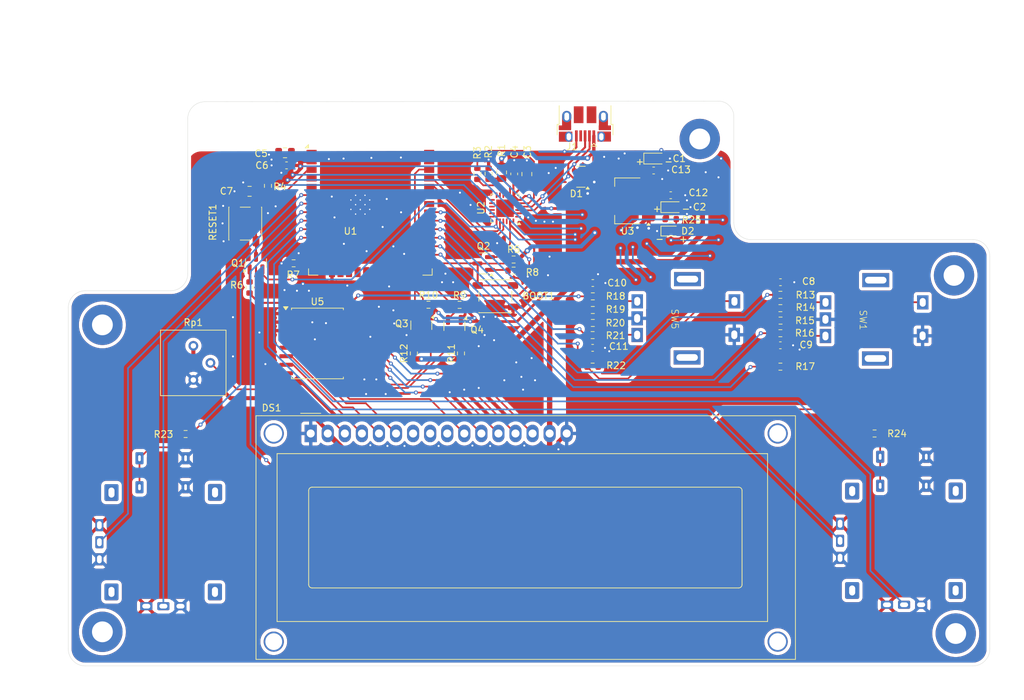
<source format=kicad_pcb>
(kicad_pcb (version 20241229) (generator "pcbnew") (generator_version "9.0")
  (layers (0 "F.Cu" signal) (2 "B.Cu" signal) (13 "F.Paste" user) (15 "B.Paste" user) (5 "F.SilkS" user "F.Silkscreen") (7 "B.SilkS" user "B.Silkscreen") (1 "F.Mask" user) (3 "B.Mask" user) (25 "Edge.Cuts" user))
  (net 0 "")
  (net 1 "3V3")
  (net 2 "Net-(Q1-C)")
  (net 3 "IO16")
  (net 4 "IO17")
  (net 5 "IO18")
  (net 6 "IO19")
  (net 7 "Net-(J1-D-)")
  (net 8 "Net-(J1-D+)")
  (net 9 "Net-(DS1-D5)")
  (net 10 "VBUS")
  (net 11 "Net-(DS1-D3)")
  (net 15 "Net-(DS1-D7)")
  (net 16 "Net-(DS1-D4)")
  (net 17 "Net-(DS1-D6)")
  (net 20 "IO25")
  (net 21 "IO32")
  (net 23 "IO33")
  (net 24 "Net-(Q1-B)")
  (net 25 "Net-(Q2-B)")
  (net 26 "Net-(Q2-C)")
  (net 27 "Net-(Q3-D)")
  (net 28 "SCL_L")
  (net 29 "SDA_L")
  (net 30 "Net-(Q4-D)")
  (net 31 "Net-(DS1-RS)")
  (net 32 "DTR")
  (net 33 "Net-(U1-IO12)")
  (net 34 "RTS")
  (net 35 "Net-(R13-Pad2)")
  (net 36 "Net-(R15-Pad2)")
  (net 37 "IO5")
  (net 38 "Net-(R18-Pad2)")
  (net 39 "Net-(R20-Pad2)")
  (net 40 "IO4")
  (net 41 "IO26")
  (net 44 "Net-(DS1-R{slash}W)")
  (net 45 "Net-(DS1-VO)")
  (net 46 "Net-(DS1-E)")
  (net 48 "Net-(U2-VBUS)")
  (net 49 "Net-(U2-~{RST})")
  (net 51 "Net-(U2-VIO)")
  (net 52 "Net-(D2-A)")
  (net 54 "GND")
  (net 58 "RXD")
  (net 65 "TXD")
  (net 80 "IO34")
  (net 81 "IO35")
  (footprint "Package_TO_SOT_SMD:SOT-23" (layer "F.Cu") (at 122.7836 61.976)
    (property "Reference" "Q2")
    (property "Value" "MMBT3904")
  )
  (footprint "Capacitor_SMD:C_0603_1608Metric" (layer "F.Cu") (at 150.622 51.816)
    (property "Reference" "C12")
    (property "Value" "0.1 µF")
  )
  (footprint "Capacitor_Tantalum_SMD:CP_EIA-2012-12_Kemet-R" (layer "F.Cu") (at 148.336 46.355)
    (property "Reference" "C1")
    (property "Value" "10 µF")
  )
  (footprint "Package_TO_SOT_SMD:SOT-23" (layer "F.Cu") (at 118.425 71.3209 90)
    (property "Reference" "Q4")
    (property "Value" "BSS138")
  )
  (footprint "Resistor_SMD:R_0603_1608Metric" (layer "F.Cu") (at 166.9433 66.6502)
    (property "Reference" "R13")
    (property "Value" "10 kΩ")
  )
  (footprint "Capacitor_SMD:C_0603_1608Metric" (layer "F.Cu") (at 166.9563 64.7706)
    (property "Reference" "C8")
    (property "Value" "0.01 µF")
  )
  (footprint "Resistor_SMD:R_0603_1608Metric" (layer "F.Cu") (at 166.9687 70.4856)
    (property "Reference" "R15")
    (property "Value" "10 kΩ")
  )
  (footprint "Capacitor_SMD:C_0603_1608Metric" (layer "F.Cu") (at 139.0012 74.549)
    (property "Reference" "C11")
    (property "Value" "0.01 µF")
  )
  (footprint "Potentiometer_THT:Potentiometer_Bourns_3386P_Vertical" (layer "F.Cu") (at 79.5782 79.3242)
    (property "Reference" "Rp1")
    (property "Value" "p")
  )
  (footprint "Remote_Control:Rotary_Encoder_RC" (layer "F.Cu") (at 144.4342 62.1508 -90)
    (property "Reference" "SW5")
    (property "Value" "RotaryEncoder_Switch")
  )
  (footprint "Capacitor_SMD:C_0603_1608Metric" (layer "F.Cu") (at 166.9425 74.1686)
    (property "Reference" "C9")
    (property "Value" "0.01 µF")
  )
  (footprint "Resistor_SMD:R_0603_1608Metric" (layer "F.Cu") (at 139.0274 68.9102)
    (property "Reference" "R19")
    (property "Value" "10 kΩ")
  )
  (footprint "Capacitor_SMD:C_0805_2012Metric" (layer "F.Cu") (at 87.945 51.2318 180)
    (property "Reference" "C7")
    (property "Value" "1µF")
  )
  (footprint "Resistor_SMD:R_0603_1608Metric" (layer "F.Cu") (at 90.678 50.419 -90)
    (property "Reference" "R4")
    (property "Value" "10 kΩ")
  )
  (footprint "Package_DFN_QFN:QFN-24-1EP_4x4mm_P0.5mm_EP2.6x2.6mm" (layer "F.Cu") (at 125.9586 53.7588 180)
    (property "Reference" "U2")
    (property "Value" "CP2102N-Axx-xQFN24")
  )
  (footprint "Resistor_SMD:R_0603_1608Metric" (layer "F.Cu") (at 166.9433 72.3652 180)
    (property "Reference" "R16")
    (property "Value" "10 kΩ")
  )
  (footprint "Remote_Control:Joystick" (layer "F.Cu") (at 175.8265 102.3806)
    (property "Reference" "JS2" (hide yes))
    (property "Value" "~" (hide yes))
  )
  (footprint "Resistor_SMD:R_0603_1608Metric" (layer "F.Cu") (at 139.0274 70.8406)
    (property "Reference" "R20")
    (property "Value" "10 kΩ")
  )
  (footprint "Package_TO_SOT_SMD:SOT-23" (layer "F.Cu") (at 88.9 61.9252 -90)
    (property "Reference" "Q1")
    (property "Value" "MMBT3904")
  )
  (footprint "Package_TO_SOT_SMD:SOT-223-3_TabPin2" (layer "F.Cu") (at 144.1958 52.6542)
    (property "Reference" "U3")
    (property "Value" "AMS1117-3.3")
  )
  (footprint "Package_SO:SOIC-16W_7.5x10.3mm_P1.27mm" (layer "F.Cu") (at 97.9422 73.7886 -90)
    (property "Reference" "U5")
    (property "Value" "PCF8574AT" (hide yes))
  )
  (footprint "Resistor_SMD:R_0603_1608Metric" (layer "F.Cu") (at 123.5202 48.6156 -90)
    (property "Reference" "R2")
    (property "Value" "47.5 kΩ")
  )
  (footprint "Button_Switch_SMD:SW_SPST_PTS647_Sx38" (layer "F.Cu") (at 124.5196 66.8576)
    (property "Reference" "BOOT1")
    (property "Value" "SW_Push")
  )
  (footprint "Resistor_SMD:R_0603_1608Metric" (layer "F.Cu") (at 150.622 55.372)
    (property "Reference" "R25")
    (property "Value" "550 Ω")
  )
  (footprint "Resistor_SMD:R_0805_2012Metric" (layer "F.Cu") (at 125.4506 48.4105 -90)
    (property "Reference" "R1")
    (property "Value" "22.1 kΩ")
  )
  (footprint "Resistor_SMD:R_0603_1608Metric" (layer "F.Cu") (at 139.0274 66.8782)
    (property "Reference" "R18")
    (property "Value" "10 kΩ")
  )
  (footprint "Capacitor_SMD:C_0603_1608Metric" (layer "F.Cu") (at 139.0272 64.891)
    (property "Reference" "C10")
    (property "Value" "0.01 µF")
  )
  (footprint "Resistor_SMD:R_0603_1608Metric" (layer "F.Cu") (at 139.002 77.343)
    (property "Reference" "R22")
    (property "Value" "10 kΩ")
  )
  (footprint "Button_Switch_SMD:SW_SPST_PTS647_Sx38" (layer "F.Cu") (at 87.3 56.0412 -90)
    (property "Reference" "RESET1")
    (property "Value" "SW_Push")
  )
  (footprint "RF_Module:ESP32-WROOM-32E" (layer "F.Cu") (at 105.8224 54.1742 -90)
    (property "Reference" "U1")
    (property "Value" "ESP32-WROOM-32E")
  )
  (footprint "Capacitor_SMD:C_0603_1608Metric" (layer "F.Cu") (at 127.3302 48.641 90)
    (property "Reference" "C4")
    (property "Value" "0.1 µF")
  )
  (footprint "Remote_Control:Rotary_Encoder_RC" (layer "F.Cu") (at 172.4585 62.3032 -90)
    (property "Reference" "SW1")
    (property "Value" "RotaryEncoder_Switch")
  )
  (footprint "Resistor_SMD:R_0603_1608Metric" (layer "F.Cu") (at 78.423 87.376)
    (property "Reference" "R23")
    (property "Value" "10 kΩ")
  )
  (footprint "Connector_USB:USB_Micro-B_Amphenol_10103594-0001LF_Horizontal" (layer "F.Cu") (at 137.8514 41.2122 180)
    (property "Reference" "J1")
    (property "Value" "USB_B_Micro")
  )
  (footprint "Capacitor_SMD:C_0603_1608Metric" (layer "F.Cu") (at 93.4438 47.371 180)
    (property "Reference" "C6")
    (property "Value" "0.1 µF")
  )
  (footprint "Resistor_SMD:R_0603_1608Metric" (layer "F.Cu") (at 166.9433 77.343)
    (property "Reference" "R17")
    (property "Value" "10 kΩ")
  )
  (footprint "Capacitor_Tantalum_SMD:CP_EIA-2012-12_Kemet-R" (layer "F.Cu") (at 150.875 53.594)
    (property "Reference" "C2")
    (property "Value" "22 µF")
  )
  (footprint "Resistor_SMD:R_0603_1608Metric" (layer "F.Cu") (at 119.2033 68.1482)
    (property "Reference" "R9")
    (property "Value" "4.7 kΩ")
  )
  (footprint "Capacitor_SMD:C_0603_1608Metric" (layer "F.Cu") (at 148.083 48.133)
    (property "Reference" "C13")
    (property "Value" "0.1 µF")
  )
  (footprint "Package_TO_SOT_SMD:SOT-143" (layer "F.Cu") (at 137.2616 49.0615 180)
    (property "Reference" "D1")
    (property "Value" "SP0503BAHT")
  )
  (footprint "Remote_Control:Joystick" (layer "F.Cu") (at 65.5905 102.59625)
    (property "Reference" "JS1" (hide yes))
    (property "Value" "~" (hide yes))
  )
  (footprint "Capacitor_SMD:C_0805_2012Metric" (layer "F.Cu") (at 93.218 45.4914 180)
    (property "Reference" "C5")
    (property "Value" "22 µF")
  )
  (footprint "Resistor_SMD:R_0603_1608Metric" (layer "F.Cu") (at 180.9618 87.2998)
    (property "Reference" "R24")
    (property "Value" "10 kΩ")
  )
  (footprint "Resistor_SMD:R_0603_1608Metric" (layer "F.Cu") (at 121.8438 48.6278 90)
    (property "Reference" "R3")
    (property "Value" "1 kΩ")
  )
  (footprint "Resistor_SMD:R_0603_1608Metric" (layer "F.Cu") (at 119.4065 75.374 90)
    (property "Reference" "R11")
    (property "Value" "4.7 kΩ")
  )
  (footprint "Resistor_SMD:R_0603_1608Metric" (layer "F.Cu") (at 114.5672 68.1228)
    (property "Reference" "R10")
    (property "Value" "4.7 kΩ")
  )
  (footprint "Resistor_SMD:R_0603_1608Metric" (layer "F.Cu") (at 166.9433 68.6314)
    (property "Reference" "R14")
    (property "Value" "10 kΩ")
  )
  (footprint "Capacitor_SMD:C_0805_2012Metric" (layer "F.Cu") (at 129.2098 48.6664 90)
    (property "Reference" "C3")
    (property "Value" "4.7 µF")
  )
  (footprint "Resistor_SMD:R_0603_1608Metric" (layer "F.Cu") (at 127.2408 61.3918)
    (property "Reference" "R5")
    (property "Value" "10 kΩ")
  )
  (footprint "Resistor_SMD:R_0603_1608Metric" (layer "F.Cu") (at 87.9352 65.5574 90)
    (property "Reference" "R6")
    (property "Value" "12 kΩ")
  )
  (footprint "Resistor_SMD:R_0603_1608Metric" (layer "F.Cu") (at 127.2418 63.0428 180)
    (property "Reference" "R8")
    (property "Value" "12 kΩ")
  )
  (footprint "Resistor_SMD:R_0603_1608Metric" (layer "F.Cu") (at 112.395 75.374 -90)
    (property "Reference" "R12")
    (property "Value" "4.7 kΩ")
  )
  (footprint "Resistor_SMD:R_0603_1608Metric" (layer "F.Cu") (at 94.5002 61.9506 180)
    (property "Reference" "R7")
    (property "Value" "10 kΩ")
  )
  (footprint "Display:WC1602A" (layer "F.Cu") (at 97.0407 87.2998)
    (property "Reference" "DS1")
    (property "Value" "WC1602A")
  )
  (footprint "LED_SMD:LED_0603_1608Metric" (layer "F.Cu") (at 150.6475 57.15)
    (property "Reference" "D2")
    (property "Value" "LED")
  )
  (footprint "Package_TO_SOT_SMD:SOT-23" (layer "F.Cu") (at 113.5013 71.1708 90)
    (property "Reference" "Q3")
    (property "Value" "BSS138")
  )
  (footprint "Resistor_SMD:R_0603_1608Metric" (layer "F.Cu") (at 139.002 72.644 180)
    (property "Reference" "R21")
    (property "Value" "10 kΩ")
  )
  (gr_arc (start 157.69316 37.7952) (mid 159.338484 38.476716) (end 160.02 40.12204) (stroke (width 0.05)) (layer "Edge.Cuts"))
  (gr_line (start 76.2 66.04) (end 63.5 66.04) (stroke (width 0.05)) (layer "Edge.Cuts"))
  (gr_line (start 195.58 58.42) (end 162.56 58.42) (stroke (width 0.05)) (layer "Edge.Cuts"))
  (gr_line (start 78.74 40.4368) (end 78.74 63.5) (stroke (width 0.05)) (layer "Edge.Cuts"))
  (gr_line (start 160.02 55.88) (end 160.02 40.132) (stroke (width 0.05)) (layer "Edge.Cuts"))
  (gr_line (start 157.6832 37.7952) (end 81.28 37.8968) (stroke (width 0.05)) (layer "Edge.Cuts"))
  (gr_arc (start 195.58 58.42) (mid 197.376051 59.163949) (end 198.12 60.96) (stroke (width 0.05)) (layer "Edge.Cuts"))
  (gr_arc (start 60.96 68.58) (mid 61.703949 66.783949) (end 63.5 66.04) (stroke (width 0.05)) (layer "Edge.Cuts"))
  (gr_line (start 63.5 121.92) (end 195.58 121.92) (stroke (width 0.05)) (layer "Edge.Cuts"))
  (gr_arc (start 78.74 63.5) (mid 77.996051 65.296051) (end 76.2 66.04) (stroke (width 0.05)) (layer "Edge.Cuts"))
  (gr_arc (start 63.5 121.92) (mid 61.703949 121.176051) (end 60.96 119.38) (stroke (width 0.05)) (layer "Edge.Cuts"))
  (gr_arc (start 198.12 119.38) (mid 197.376051 121.176051) (end 195.58 121.92) (stroke (width 0.05)) (layer "Edge.Cuts"))
  (gr_line (start 60.96 68.58) (end 60.96 119.38) (stroke (width 0.05)) (layer "Edge.Cuts"))
  (gr_arc (start 78.74 40.4368) (mid 79.483949 38.640749) (end 81.28 37.8968) (stroke (width 0.05)) (layer "Edge.Cuts"))
  (gr_arc (start 162.56 58.42) (mid 160.763949 57.676051) (end 160.02 55.88) (stroke (width 0.05)) (layer "Edge.Cuts"))
  (gr_line (start 198.12 119.38) (end 198.12 60.96) (stroke (width 0.05)) (layer "Edge.Cuts"))
  (gr_text "+    -" (at 147.8788 54.4068 0) (layer "F.SilkS") (effects (font (size 1 1)) (justify left bottom)))
  (gr_text "+    -" (at 145.3134 47.371 0) (layer "F.SilkS") (effects (font (size 1 1)) (justify left bottom)))
  (gr_text "-   +" (at 148.2598 58.9026 0) (layer "F.SilkS") (effects (font (size 1 1)) (justify left bottom)))
  (via (at 193.04 117.094) (size 6) (drill 3.1) (layers "F.Cu" "B.Cu") (net 0))
  (via (at 66.04 71.12) (size 6) (drill 3.1) (layers "F.Cu" "B.Cu") (net 0))
  (via (at 192.786 63.754) (size 6) (drill 3.1) (layers "F.Cu" "B.Cu") (net 0))
  (via (at 66.04 116.84) (size 6) (drill 3.1) (layers "F.Cu" "B.Cu") (net 0))
  (via (at 154.94 43.434) (size 6) (drill 3.1) (layers "F.Cu" "B.Cu") (net 0))
  (segment (start 120.0283 68.1482) (end 120.0283 69.6081) (width 0.4) (layer "F.Cu") (net 1))
  (segment (start 128.905 51.943) (end 128.3392 52.5088) (width 0.3) (layer "F.Cu") (net 1))
  (segment (start 149.0452 52.6542) (end 149.985 53.594) (width 0.8) (layer "F.Cu") (net 1))
  (segment (start 90.678 49.594) (end 92.519 49.594) (width 0.25) (layer "F.Cu") (net 1))
  (segment (start 128.3392 52.5088) (end 127.8961 52.5088) (width 0.3) (layer "F.Cu") (net 1))
  (segment (start 97.141 46.7152) (end 94.8746 46.7152) (width 0.25) (layer "F.Cu") (net 1))
  (segment (start 120.793 70.628) (end 120.777 70.612) (width 0.3) (layer "F.Cu") (net 1))
  (segment (start 127.2086 49.5376) (end 127.3302 49.416) (width 0.25) (layer "F.Cu") (net 1))
  (segment (start 147.3458 52.6542) (end 149.0452 52.6542) (width 0.8) (layer "F.Cu") (net 1))
  (segment (start 141.0458 52.6542) (end 137.1092 52.6542) (width 0.4) (layer "F.Cu") (net 1))
  (segment (start 94.2188 45.5422) (end 94.168 45.4914) (width 0.25) (layer "F.Cu") (net 1))
  (segment (start 129.54 51.943) (end 128.905 51.943) (width 0.3) (layer "F.Cu") (net 1))
  (segment (start 115.3922 68.1228) (end 115.3922 69.3178) (width 0.4) (layer "F.Cu") (net 1))
  (segment (start 138.2024 68.9102) (end 138.2024 70.8406) (width 0.25) (layer "F.Cu") (net 1))
  (segment (start 141.0458 52.6542) (end 147.3458 52.6542) (width 0.8) (layer "F.Cu") (net 1))
  (segment (start 121.412 70.104) (end 120.0283 68.7203) (width 0.4) (layer "F.Cu") (net 1))
  (segment (start 139.319 57.404) (end 139.319 54.381) (width 0.6) (layer "F.Cu") (net 1))
  (segment (start 95.3918 46.7152) (end 94.168 45.4914) (width 0.25) (layer "F.Cu") (net 1))
  (segment (start 129.2098 49.8201) (end 129.2098 49.6164) (width 0.25) (layer "F.Cu") (net 1))
  (segment (start 128.0658 61.2912) (end 129.286 60.071) (width 0.6) (layer "F.Cu") (net 1))
  (segment (start 119.7356 70.612) (end 120.777 70.612) (width 0.4) (layer "F.Cu") (net 1))
  (segment (start 115.3922 68.1228) (end 115.3922 68.6562) (width 0.25) (layer "F.Cu") (net 1))
  (segment (start 119.38 70.2564) (end 119.7356 70.612) (width 0.25) (layer "F.Cu") (net 1))
  (segment (start 127.2086 51.8213) (end 127.2086 49.5376) (width 0.3) (layer "F.Cu") (net 1))
  (segment (start 94.8746 46.7152) (end 94.2188 47.371) (width 0.25) (layer "F.Cu") (net 1))
  (segment (start 141.0458 57.3282) (end 127.746 70.628) (width 0.4) (layer "F.Cu") (net 1))
  (segment (start 127.746 70.628) (end 124.968 70.628) (width 0.4) (layer "F.Cu") (net 1))
  (segment (start 120.0283 69.6081) (end 119.38 70.2564) (width 0.4) (layer "F.Cu") (net 1))
  (segment (start 94.2188 47.8942) (end 94.2188 47.371) (width 0.25) (layer "F.Cu") (net 1))
  (segment (start 166.1183 68.6314) (end 166.1183 70.4602) (width 0.25) (layer "F.Cu") (net 1))
  (segment (start 115.6693 70.2587) (end 115.697 70.231) (width 0.25) (layer "F.Cu") (net 1))
  (segment (start 140.4487 52.6542) (end 141.0458 52.6542) (width 0.3) (layer "F.Cu") (net 1))
  (segment (start 128.0658 61.3918) (end 128.0658 61.2912) (width 0.25) (layer "F.Cu") (net 1))
  (segment (start 97.141 46.7152) (end 95.3918 46.7152) (width 0.25) (layer "F.Cu") (net 1))
  (segment (start 124.968 70.628) (end 121.936 70.628) (width 0.4) (layer "F.Cu") (net 1))
  (segment (start 115.3922 69.3178) (end 114.4513 70.2587) (width 0.4) (layer "F.Cu") (net 1))
  (segment (start 166.1183 70.4602) (end 166.1437 70.4856) (width 0.25) (layer "F.Cu") (net 1))
  (segment (start 137.1092 52.6542) (end 135.9752 53.7882) (width 0.4) (layer "F.Cu") (net 1))
  (segment (start 92.519 49.594) (end 94.2188 47.8942) (width 0.25) (layer "F.Cu") (net 1))
  (segment (start 127.2086 51.8213) (end 129.2098 49.8201) (width 0.3) (layer "F.Cu") (net 1))
  (segment (start 124.968 70.628) (end 120.793 70.628) (width 0.4) (layer "F.Cu") (net 1))
  (segment (start 135.9752 53.7882) (end 132.851 53.7882) (width 0.4) (layer "F.Cu") (net 1))
  (segment (start 149.0088 52.6542) (end 149.847 51.816) (width 0.8) (layer "F.Cu") (net 1))
  (segment (start 147.3458 52.6542) (end 149.0088 52.6542) (width 0.8) (layer "F.Cu") (net 1))
  (segment (start 141.0458 52.6542) (end 141.0458 57.3282) (width 0.4) (layer "F.Cu") (net 1))
  (segment (start 94.2188 47.371) (end 94.2188 45.5422) (width 0.25) (layer "F.Cu") (net 1))
  (segment (start 114.4513 70.2587) (end 115.6693 70.2587) (width 0.4) (layer "F.Cu") (net 1))
  (segment (start 127.9074 52.5088) (end 127.8961 52.5088) (width 0.25) (layer "F.Cu") (net 1))
  (segment (start 121.936 70.628) (end 121.412 70.104) (width 0.4) (layer "F.Cu") (net 1))
  (segment (start 127.8961 52.5088) (end 127.2086 51.8213) (width 0.3) (layer "F.Cu") (net 1))
  (segment (start 139.319 54.381) (end 141.0458 52.6542) (width 0.6) (layer "F.Cu") (net 1))
  (segment (start 149.985 53.594) (end 149.985 55.184) (width 0.8) (layer "F.Cu") (net 1))
  (segment (start 149.985 55.184) (end 149.797 55.372) (width 0.8) (layer "F.Cu") (net 1))
  (segment (start 115.3922 68.6562) (end 116.078 69.342) (width 0.4) (layer "F.Cu") (net 1))
  (segment (start 120.0283 68.7203) (end 120.0283 68.1482) (width 0.25) (layer "F.Cu") (net 1))
  (via (at 137.4648 54.7116) (size 0.6) (drill 0.3) (layers "F.Cu" "B.Cu") (net 1))
  (via (at 156.464 60.833) (size 0.6) (drill 0.3) (layers "F.Cu" "B.Cu") (net 1))
  (via (at 93.599 49.53) (size 0.6) (drill 0.3) (layers "F.Cu" "B.Cu") (net 1))
  (via (at 147.6248 64.008) (size 0.6) (drill 0.3) (layers "F.Cu" "B.Cu") (net 1))
  (via (at 129.54 51.943) (size 0.6) (drill 0.3) (layers "F.Cu" "B.Cu") (net 1))
  (via (at 136.398 57.658) (size 0.6) (drill 0.3) (layers "F.Cu" "B.Cu") (net 1))
  (via (at 137.287 56.769) (size 0.6) (drill 0.3) (layers "F.Cu" "B.Cu") (net 1))
  (via (at 92.456 50.292) (size 0.6) (drill 0.3) (layers "F.Cu" "B.Cu") (net 1))
  (via (at 147.066 59.0296) (size 0.6) (drill 0.3) (layers "F.Cu" "B.Cu") (net 1))
  (via (at 95.504 47.498) (size 0.6) (drill 0.3) (layers "F.Cu" "B.Cu") (net 1))
  (via (at 116.078 69.342) (size 0.6) (drill 0.3) (layers "F.Cu" "B.Cu") (net 1))
  (via (at 139.319 57.404) (size 0.8) (drill 0.4) (layers "F.Cu" "B.Cu") (net 1))
  (via (at 94.361 48.768) (size 0.6) (drill 0.3) (layers "F.Cu" "B.Cu") (net 1))
  (via (at 157.734 58.458356) (size 0.6) (drill 0.3) (layers "F.Cu" "B.Cu") (net 1))
  (via (at 145.4404 64.4144) (size 0.6) (drill 0.3) (layers "F.Cu" "B.Cu") (net 1))
  (via (at 129.286 60.071) (size 0.8) (drill 0.4) (layers "F.Cu" "B.Cu") (net 1))
  (via (at 150.6728 58.5216) (size 0.6) (drill 0.3) (layers "F.Cu" "B.Cu") (net 1))
  (via (at 143.1544 59.69) (size 0.6) (drill 0.3) (layers "F.Cu" "B.Cu") (net 1))
  (via (at 132.851 53.7882) (size 0.6) (drill 0.3) (layers "F.Cu" "B.Cu") (net 1))
  (via (at 143.256 57.023) (size 0.6) (drill 0.3) (layers "F.Cu" "B.Cu") (net 1))
  (via (at 158.369 55.499) (size 0.6) (drill 0.3) (layers "F.Cu" "B.Cu") (net 1))
  (via (at 136.398 58.42) (size 0.6) (drill 0.3) (layers "F.Cu" "B.Cu") (net 1))
  (via (at 144.9832 59.5376) (size 0.6) (drill 0.3) (layers "F.Cu" "B.Cu") (net 1))
  (via (at 115.6693 70.2587) (size 0.6) (drill 0.3) (layers "F.Cu" "B.Cu") (net 1))
  (via (at 120.777 70.612) (size 0.6) (drill 0.3) (layers "F.Cu" "B.Cu") (net 1))
  (via (at 121.412 70.104) (size 0.6) (drill 0.3) (layers "F.Cu" "B.Cu") (net 1))
  (segment (start 127.9652 58.42) (end 119.8372 50.292) (width 0.25) (layer "B.Cu") (net 1))
  (segment (start 156.464 60.833) (end 156.4386 60.8584) (width 0.25) (layer "B.Cu") (net 1))
  (segment (start 137.287 59.436) (end 129.921 59.436) (width 0.6) (layer "B.Cu") (net 1))
  (segment (start 129.794 56.769) (end 121.793 48.768) (width 0.25) (layer "B.Cu") (net 1))
  (segment (start 123.5964 47.498) (end 130.81 54.7116) (width 0.25) (layer "B.Cu") (net 1))
  (segment (start 157.670756 58.5216) (end 157.734 58.458356) (width 0.25) (layer "B.Cu") (net 1))
  (segment (start 129.921 59.436) (end 129.286 60.071) (width 0.6) (layer "B.Cu") (net 1))
  (segment (start 144.8562 55.4228) (end 158.2928 55.4228) (width 0.25) (layer "B.Cu") (net 1))
  (segment (start 129.54 51.943) (end 131.3852 53.7882) (width 0.4) (layer "B.Cu") (net 1))
  (segment (start 136.398 58.42) (end 127.9652 58.42) (width 0.25) (layer "B.Cu") (net 1))
  (segment (start 148.8948 60.8584) (end 147.066 59.0296) (width 0.25) (layer "B.Cu") (net 1))
  (segment (start 121.412 70.104) (end 116.84 70.104) (width 0.4) (layer "B.Cu") (net 1))
  (segment (start 120.777 70.612) (end 116.0226 70.612) (width 0.4) (layer "B.Cu") (net 1))
  (segment (start 144.9832 61.3664) (end 147.6248 64.008) (width 0.25) (layer "B.Cu") (net 1))
  (segment (start 158.2928 55.4228) (end 158.369 55.499) (width 0.25) (layer "B.Cu") (net 1))
  (segment (start 120.7516 49.53) (end 93.599 49.53) (width 0.25) (layer "B.Cu") (net 1))
  (segment (start 156.4386 60.8584) (end 148.8948 60.8584) (width 0.25) (layer "B.Cu") (net 1))
  (segment (start 137.287 56.769) (end 129.794 56.769) (width 0.25) (layer "B.Cu") (net 1))
  (segment (start 116.84 70.104) (end 116.078 69.342) (width 0.4) (layer "B.Cu") (net 1))
  (segment (start 143.1544 62.1284) (end 145.4404 64.4144) (width 0.25) (layer "B.Cu") (net 1))
  (segment (start 95.504 47.498) (end 123.5964 47.498) (width 0.25) (layer "B.Cu") (net 1))
  (segment (start 139.319 57.404) (end 137.287 59.436) (width 0.6) (layer "B.Cu") (net 1))
  (segment (start 121.793 48.768) (end 94.361 48.768) (width 0.25) (layer "B.Cu") (net 1))
  (segment (start 119.8372 50.292) (end 92.456 50.292) (width 0.25) (layer "B.Cu") (net 1))
  (segment (start 128.8796 57.658) (end 120.7516 49.53) (width 0.25) (layer "B.Cu") (net 1))
  (segment (start 150.6728 58.5216) (end 157.670756 58.5216) (width 0.25) (layer "B.Cu") (net 1))
  (segment (start 136.398 57.658) (end 128.8796 57.658) (width 0.25) (layer "B.Cu") (net 1))
  (segment (start 116.0226 70.612) (end 115.6693 70.2587) (width 0.4) (layer "B.Cu") (net 1))
  (segment (start 143.256 57.023) (end 144.8562 55.4228) (width 0.25) (layer "B.Cu") (net 1))
  (segment (start 130.81 54.7116) (end 137.4648 54.7116) (width 0.25) (layer "B.Cu") (net 1))
  (segment (start 131.3852 53.7882) (end 132.851 53.7882) (width 0.4) (layer "B.Cu") (net 1))
  (segment (start 144.9832 59.5376) (end 144.9832 61.3664) (width 0.25) (layer "B.Cu") (net 1))
  (segment (start 143.1544 59.69) (end 143.1544 62.1284) (width 0.25) (layer "B.Cu") (net 1))
  (segment (start 88.9 58.6662) (end 88.9 60.9998) (width 0.3) (layer "F.Cu") (net 2))
  (segment (start 88.9 53.4162) (end 88.9 58.6662) (width 0.3) (layer "F.Cu") (net 2))
  (segment (start 90.678 51.244) (end 88.9072 51.244) (width 0.25) (layer "F.Cu") (net 2))
  (segment (start 97.141 47.9852) (end 96.6678 47.9852) (width 0.25) (layer "F.Cu") (net 2))
  (segment (start 88.9072 51.244) (end 88.895 51.2318) (width 0.25) (layer "F.Cu") (net 2))
  (segment (start 88.895 53.4112) (end 88.9 53.4162) (width 0.3) (layer "F.Cu") (net 2))
  (segment (start 88.895 51.2318) (end 88.895 53.4112) (width 0.3) (layer "F.Cu") (net 2))
  (segment (start 93.409 51.244) (end 90.678 51.244) (width 0.25) (layer "F.Cu") (net 2))
  (segment (start 96.6678 47.9852) (end 93.409 51.244) (width 0.25) (layer "F.Cu") (net 2))
  (segment (start 88.9 60.9998) (end 88.9156 61.0154) (width 0.3) (layer "F.Cu") (net 2))
  (segment (start 163.983 72.3652) (end 163.9824 72.3646) (width 0.25) (layer "F.Cu") (net 3))
  (segment (start 166.1183 72.3652) (end 164.0332 72.3652) (width 0.25) (layer "F.Cu") (net 3))
  (segment (start 116.3066 59.436) (end 116.1542 59.436) (width 0.25) (layer "F.Cu") (net 3))
  (segment (start 164.0332 72.3652) (end 163.983 72.3652) (width 0.25) (layer "F.Cu") (net 3))
  (segment (start 166.1675 74.1686) (end 166.1675 72.4144) (width 0.25) (layer "F.Cu") (net 3))
  (segment (start 166.1675 72.4144) (end 166.1183 72.3652) (width 0.25) (layer "F.Cu") (net 3))
  (segment (start 116.1334 59.4152) (end 114.641 59.4152) (width 0.25) (layer "F.Cu") (net 3))
  (segment (start 116.1542 59.436) (end 116.1334 59.4152) (width 0.25) (layer "F.Cu") (net 3))
  (via (at 116.3066 59.436) (size 0.6) (drill 0.3) (layers "F.Cu" "B.Cu") (net 3))
  (via (at 164.0332 72.3652) (size 0.6) (drill 0.3) (layers "F.Cu" "B.Cu") (net 3))
  (segment (start 116.459 59.436) (end 116.3066 59.436) (width 0.25) (layer "B.Cu") (net 3))
  (segment (start 157.0742 79.3242) (end 136.3472 79.3242) (width 0.25) (layer "B.Cu") (net 3))
  (segment (start 136.3472 79.3242) (end 116.459 59.436) (width 0.25) (layer "B.Cu") (net 3))
  (segment (start 164.0332 72.3652) (end 157.0742 79.3242) (width 0.25) (layer "B.Cu") (net 3))
  (segment (start 166.1183 64.8336) (end 166.1813 64.7706) (width 0.25) (layer "F.Cu") (net 4))
  (segment (start 116.2512 58.1452) (end 116.2812 58.1152) (width 0.25) (layer "F.Cu") (net 4))
  (segment (start 166.1183 66.6502) (end 166.1183 64.8336) (width 0.25) (layer "F.Cu") (net 4))
  (segment (start 114.641 58.1452) (end 116.2512 58.1452) (width 0.25) (layer "F.Cu") (net 4))
  (segment (start 166.1183 66.6502) (end 164.9984 66.6502) (width 0.25) (layer "F.Cu") (net 4))
  (via (at 116.2812 58.1152) (size 0.6) (drill 0.3) (layers "F.Cu" "B.Cu") (net 4))
  (via (at 164.9984 66.6502) (size 0.6) (drill 0.3) (layers "F.Cu" "B.Cu") (net 4))
  (segment (start 136.7536 78.2066) (end 142.5678 78.2066) (width 0.25) (layer "B.Cu") (net 4))
  (segment (start 164.9984 66.6502) (end 164.9984 66.675) (width 0.25) (layer "B.Cu") (net 4))
  (segment (start 150.7974 69.977) (end 161.6716 69.977) (width 0.25) (layer "B.Cu") (net 4))
  (segment (start 116.2812 58.1152) (end 116.6622 58.1152) (width 0.25) (layer "B.Cu") (net 4))
  (segment (start 116.6622 58.1152) (end 136.7536 78.2066) (width 0.25) (layer "B.Cu") (net 4))
  (segment (start 161.6716 69.977) (end 164.9984 66.6502) (width 0.25) (layer "B.Cu") (net 4))
  (segment (start 142.5678 78.2066) (end 150.7974 69.977) (width 0.25) (layer "B.Cu") (net 4))
  (segment (start 138.177 74.4998) (end 138.2262 74.549) (width 0.25) (layer "F.Cu") (net 5))
  (segment (start 116.1842 55.6052) (end 114.641 55.6052) (width 0.25) (layer "F.Cu") (net 5))
  (segment (start 137.033 71.755) (end 137.922 72.644) (width 0.25) (layer "F.Cu") (net 5))
  (segment (start 116.3574 55.626) (end 116.205 55.626) (width 0.25) (layer "F.Cu") (net 5))
  (segment (start 138.177 72.644) (end 138.177 74.4998) (width 0.25) (layer "F.Cu") (net 5))
  (segment (start 116.205 55.626) (end 116.1842 55.6052) (width 0.25) (layer "F.Cu") (net 5))
  (segment (start 137.922 72.644) (end 138.177 72.644) (width 0.25) (layer "F.Cu") (net 5))
  (via (at 137.033 71.755) (size 0.6) (drill 0.3) (layers "F.Cu" "B.Cu") (net 5))
  (via (at 116.3574 55.626) (size 0.6) (drill 0.3) (layers "F.Cu" "B.Cu") (net 5))
  (segment (start 137.033 71.755) (end 133.1214 71.755) (width 0.25) (layer "B.Cu") (net 5))
  (segment (start 116.9924 55.626) (end 116.3574 55.626) (width 0.25) (layer "B.Cu") (net 5))
  (segment (start 133.1214 71.755) (end 116.9924 55.626) (width 0.25) (layer "B.Cu") (net 5))
  (segment (start 114.641 54.3352) (end 116.362 54.3352) (width 0.25) (layer "F.Cu") (net 6))
  (segment (start 116.362 54.3352) (end 116.3828 54.356) (width 0.25) (layer "F.Cu") (net 6))
  (segment (start 138.2024 66.8782) (end 138.2024 64.9408) (width 0.25) (layer "F.Cu") (net 6))
  (segment (start 136.906 66.8782) (end 138.2024 66.8782) (width 0.25) (layer "F.Cu") (net 6))
  (segment (start 138.2024 64.9408) (end 138.2522 64.891) (width 0.25) (layer "F.Cu") (net 6))
  (via (at 136.906 66.8782) (size 0.6) (drill 0.3) (layers "F.Cu" "B.Cu") (net 6))
  (via (at 116.3828 54.356) (size 0.6) (drill 0.3) (layers "F.Cu" "B.Cu") (net 6))
  (segment (start 136.906 66.8782) (end 136.8806 66.8528) (width 0.25) (layer "B.Cu") (net 6))
  (segment (start 136.8806 66.8528) (end 129.8194 66.8528) (width 0.25) (layer "B.Cu") (net 6))
  (segment (start 117.3226 54.356) (end 116.3828 54.356) (width 0.25) (layer "B.Cu") (net 6))
  (segment (start 129.8194 66.8528) (end 117.3226 54.356) (width 0.25) (layer "B.Cu") (net 6))
  (segment (start 131.523758 51.970958) (end 129.985916 53.5088) (width 0.25) (layer "F.Cu") (net 7))
  (segment (start 136.2616 47.2026) (end 136.2616 48.1115) (width 0.25) (layer "F.Cu") (net 7))
  (segment (start 136.271 47.1932) (end 136.2616 47.2026) (width 0.25) (layer "F.Cu") (net 7))
  (segment (start 129.985916 53.5088) (end 127.8961 53.5088) (width 0.25) (layer "F.Cu") (net 7))
  (segment (start 138.5504 44.9138) (end 136.271 47.1932) (width 0.3) (layer "F.Cu") (net 7))
  (segment (start 138.5264 42.9772) (end 138.532 42.9772) (width 0.25) (layer "F.Cu") (net 7))
  (segment (start 138.5504 42.9956) (end 138.5504 44.9138) (width 0.3) (layer "F.Cu") (net 7))
  (segment (start 138.532 42.9772) (end 138.5504 42.9956) (width 0.25) (layer "F.Cu") (net 7))
  (via (at 136.271 47.1932) (size 0.6) (drill 0.3) (layers "F.Cu" "B.Cu") (net 7))
  (via (at 131.523758 51.970958) (size 0.6) (drill 0.3) (layers "F.Cu" "B.Cu") (net 7))
  (segment (start 136.271 47.1932) (end 131.523758 51.940442) (width 0.25) (layer "B.Cu") (net 7))
  (segment (start 131.523758 51.940442) (end 131.523758 51.970958) (width 0.25) (layer "B.Cu") (net 7))
  (segment (start 131.623919 52.764666) (end 131.613934 52.764666) (width 0.25) (layer "F.Cu") (net 8))
  (segment (start 135.3693 48.26) (end 135.3693 48.5013) (width 0.3) (layer "F.Cu") (net 8))
  (segment (start 135.3693 47.174246) (end 135.3693 48.26) (width 0.3) (layer "F.Cu") (net 8))
  (segment (start 131.613934 52.764666) (end 130.3208 54.0578) (width 0.25) (layer "F.Cu") (net 8))
  (segment (start 137.8764 44.667146) (end 135.3693 47.174246) (width 0.3) (layer "F.Cu") (net 8))
  (segment (start 137.8764 42.9772) (end 137.8764 44.667146) (width 0.3) (layer "F.Cu") (net 8))
  (segment (start 135.3693 48.5013) (end 136.2616 49.3936) (width 0.3) (layer "F.Cu") (net 8))
  (segment (start 136.2456 49.985) (end 136.2191 50.0115) (width 0.25) (layer "F.Cu") (net 8))
  (segment (start 136.2191 50.0115) (end 136.2616 50.0115) (width 0.25) (layer "F.Cu") (net 8))
  (segment (start 135.3693 48.26) (end 135.3693 49.0093) (width 0.3) (layer "F.Cu") (net 8))
  (segment (start 127.9041 54.0168) (end 127.8961 54.0088) (width 0.25) (layer "F.Cu") (net 8))
  (segment (start 136.2616 49.3936) (end 136.2616 50.0115) (width 0.3) (layer "F.Cu") (net 8))
  (segment (start 136.2351 49.985) (end 136.2456 49.985) (width 0.25) (layer "F.Cu") (net 8))
  (segment (start 130.3208 54.0578) (end 127.8128 54.0578) (width 0.25) (layer "F.Cu") (net 8))
  (via (at 131.623919 52.764666) (size 0.6) (drill 0.3) (layers "F.Cu" "B.Cu") (net 8))
  (via (at 135.3693 49.0093) (size 0.6) (drill 0.3) (layers "F.Cu" "B.Cu") (net 8))
  (segment (start 131.623919 52.754681) (end 135.3693 49.0093) (width 0.25) (layer "B.Cu") (net 8))
  (segment (start 131.623919 52.764666) (end 131.623919 52.754681) (width 0.25) (layer "B.Cu") (net 8))
  (segment (start 108.0812 77.0678) (end 108.8136 77.8002) (width 0.25) (layer "F.Cu") (net 9))
  (segment (start 102.7448 77.0678) (end 108.0812 77.0678) (width 0.25) (layer "F.Cu") (net 9))
  (segment (start 124.9807 87.2998) (end 117.9957 80.3148) (width 0.25) (layer "F.Cu") (net 9))
  (segment (start 117.9957 80.3148) (end 113.7158 80.3148) (width 0.25) (layer "F.Cu") (net 9))
  (via (at 108.8136 77.8002) (size 0.6) (drill 0.3) (layers "F.Cu" "B.Cu") (net 9))
  (via (at 113.7158 80.3148) (size 0.6) (drill 0.3) (layers "F.Cu" "B.Cu") (net 9))
  (segment (start 108.8136 77.8002) (end 111.3282 80.3148) (width 0.25) (layer "B.Cu") (net 9))
  (segment (start 111.3282 80.3148) (end 113.7158 80.3148) (width 0.25) (layer "B.Cu") (net 9))
  (segment (start 119.4065 76.199) (end 117.857 76.199) (width 0.8) (layer "F.Cu") (net 10))
  (segment (start 79.5782 74.2442) (end 79.5782 76.5302) (width 0.6) (layer "F.Cu") (net 10))
  (segment (start 155.321 57.531) (end 151.13 61.722) (width 0.8) (layer "F.Cu") (net 10))
  (segment (start 139.1764 45.2802) (end 139.2098 45.3136) (width 0.25) (layer "F.Cu") (net 10))
  (segment (start 105.0078 69.4478) (end 102.7448 69.4478) (width 0.8) (layer "F.Cu") (net 10))
  (segment (start 147.3458 50.3542) (end 153.7322 50.3542) (width 0.8) (layer "F.Cu") (net 10))
  (segment (start 147.3458 50.3542) (end 147.3458 48.1708) (width 0.6) (layer "F.Cu") (net 10))
  (segment (start 139.2098 47.1633) (end 138.2616 48.1115) (width 0.5) (layer "F.Cu") (net 10))
  (segment (start 138.236431 46.288431) (end 138.236431 46.286969) (width 0.6) (layer "F.Cu") (net 10))
  (segment (start 132.6007 87.2998) (end 132.6007 89.1413) (width 0.8) (layer "F.Cu") (net 10))
  (segment (start 138.236431 46.286969) (end 139.2098 45.3136) (width 0.5) (layer "F.Cu") (net 10))
  (segment (start 111.759 76.199) (end 105.0078 69.4478) (width 0.8) (layer "F.Cu") (net 10))
  (segment (start 147.308 46.493) (end 147.446 46.355) (width 0.6) (layer "F.Cu") (net 10))
  (segment (start 153.7322 50.3542) (end 155.321 51.943) (width 0.8) (layer "F.Cu") (net 10))
  (segment (start 132.6007 87.2998) (end 132.6007 68.3133) (width 0.8) (layer "F.Cu") (net 10))
  (segment (start 94.7229 82.042) (end 99.5807 86.8998) (width 0.6) (layer "F.Cu") (net 10))
  (segment (start 99.5807 86.8998) (end 99.5807 87.2998) (width 0.3) (layer "F.Cu") (net 10))
  (segment (start 155.321 51.943) (end 155.321 57.531) (width 0.8) (layer "F.Cu") (net 10))
  (segment (start 102.7049 90.424) (end 99.5807 87.2998) (width 0.8) (layer "F.Cu") (net 10))
  (segment (start 139.192 61.722) (end 132.6515 68.2625) (width 0.8) (layer "F.Cu") (net 10))
  (segment (start 112.395 76.199) (end 113.537 76.199) (width 0.8) (layer "F.Cu") (net 10))
  (segment (start 125.4506 47.498) (end 125.4506 46.355) (width 0.6) (layer "F.Cu") (net 10))
  (segment (start 132.6007 89.1413) (end 131.318 90.424) (width 0.8) (layer "F.Cu") (net 10))
  (segment (start 139.1764 42.9772) (end 139.1764 45.2802) (width 0.5) (layer "F.Cu") (net 10))
  (segment (start 147.3458 50.3542) (end 142.4007 50.3542) (width 0.5) (layer "F.Cu") (net 10))
  (segment (start 151.13 61.722) (end 139.192 61.722) (width 0.8) (layer "F.Cu") (net 10))
  (segment (start 139.2098 45.3136) (end 139.2098 47.1633) (width 0.5) (layer "F.Cu") (net 10))
  (segment (start 131.318 90.424) (end 102.7049 90.424) (width 0.8) (layer "F.Cu") (net 10))
  (segment (start 147.3458 50.3542) (end 147.5376 50.546) (width 0.6) (layer "F.Cu") (net 10))
  (segment (start 117.857 76.199) (end 117.856 76.2) (width 0.8) (layer "F.Cu") (net 10))
  (segment (start 112.395 76.199) (end 111.759 76.199) (width 0.8) (layer "F.Cu") (net 10))
  (segment (start 147.3458 48.1708) (end 147.308 48.133) (width 0.6) (layer "F.Cu") (net 10))
  (segment (start 132.6007 68.3133) (end 132.6515 68.2625) (width 0.8) (layer "F.Cu") (net 10))
  (segment (start 147.308 48.133) (end 147.308 46.493) (width 0.6) (layer "F.Cu") (net 10))
  (segment (start 142.4007 50.3542) (end 139.2098 47.1633) (width 0.5) (layer "F.Cu") (net 10))
  (segment (start 79.5782 76.5302) (end 85.09 82.042) (width 0.6) (layer "F.Cu") (net 10))
  (segment (start 85.09 82.042) (end 94.7229 82.042) (width 0.6) (layer "F.Cu") (net 10))
  (segment (start 124.715 76.199) (end 132.6515 68.2625) (width 0.8) (layer "F.Cu") (net 10))
  (segment (start 119.4065 76.199) (end 124.715 76.199) (width 0.8) (layer "F.Cu") (net 10))
  (via (at 125.4506 46.355) (size 0.8) (drill 0.4) (layers "F.Cu" "B.Cu") (net 10))
  (via (at 113.537 76.199) (size 0.8) (drill 0.4) (layers "F.Cu" "B.Cu") (net 10))
  (via (at 138.236431 46.288431) (size 0.8) (drill 0.4) (layers "F.Cu" "B.Cu") (net 10))
  (via (at 117.856 76.2) (size 0.8) (drill 0.4) (layers "F.Cu" "B.Cu") (net 10))
  (segment (start 117.856 76.2) (end 116.078 76.2) (width 0.8) (layer "B.Cu") (net 10))
  (segment (start 116.077 76.199) (end 113.537 76.199) (width 0.8) (layer "B.Cu") (net 10))
  (segment (start 126.238 45.5676) (end 129.9718 45.5676) (width 0.6) (layer "B.Cu") (net 10))
  (segment (start 129.9718 45.5676) (end 130.692631 46.288431) (width 0.6) (layer "B.Cu") (net 10))
  (segment (start 125.4506 46.355) (end 126.238 45.5676) (width 0.6) (layer "B.Cu") (net 10))
  (segment (start 138.236431 46.368969) (end 138.2132 46.3922) (width 0.6) (layer "B.Cu") (net 10))
  (segment (start 130.692631 46.288431) (end 138.236431 46.288431) (width 0.6) (layer "B.Cu") (net 10))
  (segment (start 116.078 76.2) (end 116.077 76.199) (width 0.6) (layer "B.Cu") (net 10))
  (segment (start 138.236431 46.288431) (end 138.236431 46.368969) (width 0.6) (layer "B.Cu") (net 10))
  (segment (start 102.8192 82.169) (end 114.7699 82.169) (width 0.25) (layer "F.Cu") (net 11))
  (segment (start 114.7699 82.169) (end 119.9007 87.2998) (width 0.25) (layer "F.Cu") (net 11))
  (segment (start 99.5804 78.368401) (end 99.5804 78.9302) (width 0.25) (layer "F.Cu") (net 11))
  (segment (start 94.469799 73.2578) (end 99.5804 78.368401) (width 0.25) (layer "F.Cu") (net 11))
  (segment (start 93.4448 73.2578) (end 94.469799 73.2578) (width 0.25) (layer "F.Cu") (net 11))
  (segment (start 99.5804 78.9302) (end 102.8192 82.169) (width 0.25) (layer "F.Cu") (net 11))
  (segment (start 108.1066 74.5278) (end 102.7448 74.5278) (width 0.25) (layer "F.Cu") (net 15))
  (segment (start 130.0607 87.2998) (end 121.1453 78.3844) (width 0.25) (layer "F.Cu") (net 15))
  (segment (start 121.1453 78.3844) (end 115.9002 78.3844) (width 0.25) (layer "F.Cu") (net 15))
  (segment (start 109.5756 75.9968) (end 108.1066 74.5278) (width 0.25) (layer "F.Cu") (net 15))
  (via (at 115.9002 78.3844) (size 0.6) (drill 0.3) (layers "F.Cu" "B.Cu") (net 15))
  (via (at 109.5756 75.9968) (size 0.6) (drill 0.3) (layers "F.Cu" "B.Cu") (net 15))
  (segment (start 109.5756 75.9968) (end 111.9632 78.3844) (width 0.25) (layer "B.Cu") (net 15))
  (segment (start 111.9632 78.3844) (end 115.9002 78.3844) (width 0.25) (layer "B.Cu") (net 15))
  (segment (start 122.4407 87.2998) (end 116.3447 81.2038) (width 0.25) (layer "F.Cu") (net 16))
  (segment (start 108.2082 78.3378) (end 108.8898 79.0194) (width 0.25) (layer "F.Cu") (net 16))
  (segment (start 102.7448 78.3378) (end 108.2082 78.3378) (width 0.25) (layer "F.Cu") (net 16))
  (segment (start 116.3447 81.2038) (end 112.6998 81.2038) (width 0.25) (layer "F.Cu") (net 16))
  (via (at 108.8898 79.0194) (size 0.6) (drill 0.3) (layers "F.Cu" "B.Cu") (net 16))
  (via (at 112.6998 81.2038) (size 0.6) (drill 0.3) (layers "F.Cu" "B.Cu") (net 16))
  (segment (start 108.8898 79.0194) (end 111.0742 81.2038) (width 0.25) (layer "B.Cu") (net 16))
  (segment (start 111.0742 81.2038) (end 112.6998 81.2038) (width 0.25) (layer "B.Cu") (net 16))
  (segment (start 127.5207 87.2998) (end 119.5705 79.3496) (width 0.25) (layer "F.Cu") (net 17))
  (segment (start 119.5705 79.3496) (end 114.8334 79.3496) (width 0.25) (layer "F.Cu") (net 17))
  (segment (start 108.966 76.8858) (end 107.878 75.7978) (width 0.25) (layer "F.Cu") (net 17))
  (segment (start 107.878 75.7978) (end 102.7448 75.7978) (width 0.25) (layer "F.Cu") (net 17))
  (via (at 108.966 76.8858) (size 0.6) (drill 0.3) (layers "F.Cu" "B.Cu") (net 17))
  (via (at 114.8334 79.3496) (size 0.6) (drill 0.3) (layers "F.Cu" "B.Cu") (net 17))
  (segment (start 111.4298 79.3496) (end 114.8334 79.3496) (width 0.25) (layer "B.Cu") (net 17))
  (segment (start 108.966 76.8858) (end 111.4298 79.3496) (width 0.25) (layer "B.Cu") (net 17))
  (segment (start 95.6102 56.8752) (end 95.6056 56.8706) (width 0.25) (layer "F.Cu") (net 20))
  (segment (start 97.141 56.8752) (end 95.6102 56.8752) (width 0.25) (layer "F.Cu") (net 20))
  (via (at 95.6056 56.8706) (size 0.6) (drill 0.3) (layers "F.Cu" "B.Cu") (net 20))
  (segment (start 100.0252 83.7184) (end 90.678 74.3712) (width 0.25) (layer "B.Cu") (net 20))
  (segment (start 156.3024 83.7184) (end 100.0252 83.7184) (width 0.25) (layer "B.Cu") (net 20))
  (segment (start 90.678 61.7982) (end 95.6056 56.8706) (width 0.25) (layer "B.Cu") (net 20))
  (segment (start 175.82625 103.24225) (end 156.3024 83.7184) (width 0.25) (layer "B.Cu") (net 20))
  (segment (start 90.678 74.3712) (end 90.678 61.7982) (width 0.25) (layer "B.Cu") (net 20))
  (segment (start 95.661 54.3352) (end 95.6564 54.3306) (width 0.25) (layer "F.Cu") (net 21))
  (segment (start 80.645 85.979) (end 79.248 87.376) (width 0.25) (layer "F.Cu") (net 21))
  (segment (start 77.2668 89.3572) (end 79.248 87.376) (width 0.25) (layer "F.Cu") (net 21))
  (segment (start 71.55925 91.00075) (end 73.2028 89.3572) (width 0.25) (layer "F.Cu") (net 21))
  (segment (start 71.55925 95.30475) (end 71.55925 91.00075) (width 0.25) (layer "F.Cu") (net 21))
  (segment (start 73.2028 89.3572) (end 77.2668 89.3572) (width 0.25) (layer "F.Cu") (net 21))
  (segment (start 97.141 54.3352) (end 95.661 54.3352) (width 0.25) (layer "F.Cu") (net 21))
  (via (at 95.6564 54.3306) (size 0.6) (drill 0.3) (layers "F.Cu" "B.Cu") (net 21))
  (via (at 80.645 85.979) (size 0.6) (drill 0.3) (layers "F.Cu" "B.Cu") (net 21))
  (segment (start 80.645 85.979) (end 86.614 80.01) (width 0.25) (layer "B.Cu") (net 21))
  (segment (start 86.614 80.01) (end 86.614 63.373) (width 0.25) (layer "B.Cu") (net 21))
  (segment (start 86.614 63.373) (end 95.6564 54.3306) (width 0.25) (layer "B.Cu") (net 21))
  (segment (start 181.79525 90.73275) (end 181.79525 87.30825) (width 0.25) (layer "F.Cu") (net 23))
  (segment (start 158.4701 83.6935) (end 148.6408 93.5228) (width 0.25) (layer "F.Cu") (net 23))
  (segment (start 181.79525 95.05075) (end 181.79525 90.73275) (width 0.25) (layer "F.Cu") (net 23))
  (segment (start 181.7868 90.7243) (end 181.79525 90.73275) (width 0.25) (layer "F.Cu") (net 23))
  (segment (start 97.141 55.6052) (end 95.661 55.6052) (width 0.25) (layer "F.Cu") (net 23))
  (segment (start 181.79525 87.30825) (end 181.7868 87.2998) (width 0.25) (layer "F.Cu") (net 23))
  (segment (start 178.1805 83.6935) (end 158.4701 83.6935) (width 0.25) (layer "F.Cu") (net 23))
  (segment (start 95.661 55.6052) (end 95.6564 55.6006) (width 0.25) (layer "F.Cu") (net 23))
  (segment (start 181.7868 87.2998) (end 178.1805 83.6935) (width 0.25) (layer "F.Cu") (net 23))
  (segment (start 92.6846 93.5228) (end 148.6408 93.5228) (width 0.25) (layer "F.Cu") (net 23))
  (segment (start 90.424 91.2622) (end 92.6846 93.5228) (width 0.25) (layer "F.Cu") (net 23))
  (via (at 95.6564 55.6006) (size 0.6) (drill 0.3) (layers "F.Cu" "B.Cu") (net 23))
  (via (at 90.424 91.2622) (size 0.6) (drill 0.3) (layers "F.Cu" "B.Cu") (net 23))
  (segment (start 90.424 91.2622) (end 90.3986 91.2622) (width 0.25) (layer "B.Cu") (net 23))
  (segment (start 88.0872 63.1698) (end 95.6564 55.6006) (width 0.25) (layer "B.Cu") (net 23))
  (segment (start 90.3986 91.2622) (end 88.0872 88.9508) (width 0.25) (layer "B.Cu") (net 23))
  (segment (start 88.0872 88.9508) (end 88.0872 63.1698) (width 0.25) (layer "B.Cu") (net 23))
  (segment (start 87.9656 62.8904) (end 87.9656 64.702) (width 0.3) (layer "F.Cu") (net 24))
  (segment (start 87.9656 64.702) (end 87.9352 64.7324) (width 0.25) (layer "F.Cu") (net 24))
  (segment (start 123.7488 62.9412) (end 126.3152 62.9412) (width 0.25) (layer "F.Cu") (net 25))
  (segment (start 126.3152 62.9412) (end 126.4168 63.0428) (width 0.25) (layer "F.Cu") (net 25))
  (segment (start 114.641 61.9552) (end 121.8378 61.9552) (width 0.25) (layer "F.Cu") (net 26))
  (segment (start 121.8946 65.2576) (end 121.8946 62.012) (width 0.3) (layer "F.Cu") (net 26))
  (segment (start 121.8738 61.9912) (end 125.8164 61.9912) (width 0.25) (layer "F.Cu") (net 26))
  (segment (start 125.8164 61.9912) (end 126.4158 61.3918) (width 0.25) (layer "F.Cu") (net 26))
  (segment (start 121.8378 61.9552) (end 121.8738 61.9912) (width 0.25) (layer "F.Cu") (net 26))
  (segment (start 114.6456 61.9506) (end 114.641 61.9552) (width 0.25) (layer "F.Cu") (net 26))
  (segment (start 121.8946 62.012) (end 121.8738 61.9912) (width 0.25) (layer "F.Cu") (net 26))
  (segment (start 121.8946 65.2576) (end 127.1446 65.2576) (width 0.25) (layer "F.Cu") (net 26))
  (segment (start 113.5013 72.1337) (end 113.5013 72.6835) (width 0.25) (layer "F.Cu") (net 27))
  (segment (start 113.5013 72.1337) (end 113.5013 73.4427) (width 0.25) (layer "F.Cu") (net 27))
  (segment (start 114.9096 74.0918) (end 114.9096 76.4032) (width 0.25) (layer "F.Cu") (net 27))
  (segment (start 114.9096 76.4032) (end 111.3028 80.01) (width 0.25) (layer "F.Cu") (net 27))
  (segment (start 113.5013 73.4427) (end 112.395 74.549) (width 0.25) (layer "F.Cu") (net 27))
  (segment (start 101.092 78.6892) (end 101.092 72.615601) (width 0.25) (layer "F.Cu") (net 27))
  (segment (start 102.4128 80.01) (end 101.092 78.6892) (width 0.25) (layer "F.Cu") (net 27))
  (segment (start 101.092 72.615601) (end 101.719801 71.9878) (width 0.25) (layer "F.Cu") (net 27))
  (segment (start 113.5013 72.6835) (end 114.9096 74.0918) (width 0.25) (layer "F.Cu") (net 27))
  (segment (start 101.719801 71.9878) (end 102.7448 71.9878) (width 0.25) (layer "F.Cu") (net 27))
  (segment (start 111.3028 80.01) (end 102.4128 80.01) (width 0.25) (layer "F.Cu") (net 27))
  (segment (start 112.5513 65.659) (end 112.5513 65.913) (width 0.25) (layer "F.Cu") (net 28))
  (segment (start 113.1778 47.9852) (end 112.5513 48.6117) (width 0.25) (layer "F.Cu") (net 28))
  (segment (start 112.5513 65.659) (end 112.5513 70.2587) (width 0.25) (layer "F.Cu") (net 28))
  (segment (start 112.5513 65.913) (end 113.7422 67.1039) (width 0.25) (layer "F.Cu") (net 28))
  (segment (start 114.641 47.9852) (end 113.1778 47.9852) (width 0.25) (layer "F.Cu") (net 28))
  (segment (start 113.7422 67.1039) (end 113.7422 68.1228) (width 0.25) (layer "F.Cu") (net 28))
  (segment (start 112.5513 48.6117) (end 112.5513 65.659) (width 0.25) (layer "F.Cu") (net 28))
  (segment (start 118.3783 68.1482) (end 118.11 68.1482) (width 0.25) (layer "F.Cu") (net 29))
  (segment (start 113.641 51.7952) (end 114.641 51.7952) (width 0.25) (layer "F.Cu") (net 29))
  (segment (start 113.1316 52.3046) (end 113.641 51.7952) (width 0.25) (layer "F.Cu") (net 29))
  (segment (start 118.3783 69.3581) (end 117.48 70.2564) (width 0.25) (layer "F.Cu") (net 29))
  (segment (start 118.3783 68.1482) (end 118.3783 69.3581) (width 0.25) (layer "F.Cu") (net 29))
  (segment (start 113.1316 63.1698) (end 113.1316 52.3046) (width 0.25) (layer "F.Cu") (net 29))
  (segment (start 118.11 68.1482) (end 113.1316 63.1698) (width 0.25) (layer "F.Cu") (net 29))
  (segment (start 100.5586 71.879001) (end 101.719801 70.7178) (width 0.25) (layer "F.Cu") (net 30))
  (segment (start 100.5586 78.8924) (end 100.5586 71.879001) (width 0.25) (layer "F.Cu") (net 30))
  (segment (start 118.43 73.152) (end 118.43 73.594) (width 0.25) (layer "F.Cu") (net 30))
  (segment (start 118.43 73.594) (end 111.506 80.518) (width 0.25) (layer "F.Cu") (net 30))
  (segment (start 118.43 72.1314) (end 118.43 73.152) (width 0.25) (layer "F.Cu") (net 30))
  (segment (start 102.1842 80.518) (end 100.5586 78.8924) (width 0.25) (layer "F.Cu") (net 30))
  (segment (start 119.4065 74.1285) (end 119.4065 74.549) (width 0.25) (layer "F.Cu") (net 30))
  (segment (start 111.506 80.518) (end 102.1842 80.518) (width 0.25) (layer "F.Cu") (net 30))
  (segment (start 101.719801 70.7178) (end 102.7448 70.7178) (width 0.25) (layer "F.Cu") (net 30))
  (segment (start 118.43 73.152) (end 119.4065 74.1285) (width 0.25) (layer "F.Cu") (net 30))
  (segment (start 94.4287 77.0678) (end 104.6607 87.2998) (width 0.25) (layer "F.Cu") (net 31))
  (segment (start 93.4448 77.0678) (end 94.4287 77.0678) (width 0.25) (layer "F.Cu") (net 31))
  (segment (start 123.7211 61.026) (end 124.7496 61.026) (width 0.25) (layer "F.Cu") (net 32))
  (segment (start 126.7086 59.067) (end 126.7086 55.6963) (width 0.25) (layer "F.Cu") (net 32))
  (segment (start 124.7496 61.026) (end 126.7086 59.067) (width 0.25) (layer "F.Cu") (net 32))
  (segment (start 104.1146 66.7766) (end 103.0478 67.8434) (width 0.3) (layer "F.Cu") (net 32))
  (segment (start 130.302 59.78871) (end 126.7086 56.19531) (width 0.3) (layer "F.Cu") (net 32))
  (segment (start 126.7326 55.7203) (end 126.7326 56.21931) (width 0.3) (layer "F.Cu") (net 32))
  (segment (start 126.7086 55.6963) (end 126.7326 55.7203) (width 0.3) (layer "F.Cu") (net 32))
  (segment (start 126.7086 56.19531) (end 126.7086 55.6963) (width 0.3) (layer "F.Cu") (net 32))
  (segment (start 127.9398 66.7512) (end 130.302 64.389) (width 0.3) (layer "F.Cu") (net 32))
  (segment (start 89.3318 67.8434) (end 87.9352 66.4468) (width 0.3) (layer "F.Cu") (net 32))
  (segment (start 120.015 66.7512) (end 127.9398 66.7512) (width 0.3) (layer "F.Cu") (net 32))
  (segment (start 87.9352 66.4468) (end 87.9352 66.3824) (width 0.3) (layer "F.Cu") (net 32))
  (segment (start 103.0478 67.8434) (end 89.3318 67.8434) (width 0.3) (layer "F.Cu") (net 32))
  (segment (start 130.302 64.389) (end 130.302 59.78871) (width 0.3) (layer "F.Cu") (net 32))
  (segment (start 104.1146 66.7512) (end 104.1146 66.7766) (width 0.3) (layer "F.Cu") (net 32))
  (via (at 104.1146 66.7512) (size 0.6) (drill 0.3) (layers "F.Cu" "B.Cu") (net 32))
  (via (at 120.015 66.7512) (size 0.6) (drill 0.3) (layers "F.Cu" "B.Cu") (net 32))
  (segment (start 120.015 66.7512) (end 104.1146 66.7512) (width 0.3) (layer "B.Cu") (net 32))
  (segment (start 95.3252 61.9506) (end 97.1364 61.9506) (width 0.25) (layer "F.Cu") (net 33))
  (segment (start 97.1364 61.9506) (end 97.141 61.9552) (width 0.25) (layer "F.Cu") (net 33))
  (segment (start 89.8656 63.602) (end 89.8656 62.8904) (width 0.25) (layer "F.Cu") (net 34))
  (segment (start 129.5654 62.3316) (end 128.8542 63.0428) (width 0.25) (layer "F.Cu") (net 34))
  (segment (start 124.5836 56.490753) (end 124.7086 56.365753) (width 0.25) (layer "F.Cu") (net 34))
  (segment (start 128.8542 63.0428) (end 128.0668 63.0428) (width 0.25) (layer "F.Cu") (net 34))
  (segment (start 124.7086 56.365753) (end 124.7086 55.6963) (width 0.25) (layer "F.Cu") (net 34))
  (segment (start 90.6272 64.3636) (end 89.8656 63.602) (width 0.25) (layer "F.Cu") (net 34))
  (segment (start 94.3102 64.3636) (end 90.6272 64.3636) (width 0.25) (layer "F.Cu") (net 34))
  (segment (start 129.5654 61.3664) (end 129.5654 62.3316) (width 0.25) (layer "F.Cu") (net 34))
  (via (at 94.3102 64.3636) (size 0.6) (drill 0.3) (layers "F.Cu" "B.Cu") (net 34))
  (via (at 129.5654 61.3664) (size 0.6) (drill 0.3) (layers "F.Cu" "B.Cu") (net 34))
  (via (at 124.5836 56.490753) (size 0.6) (drill 0.3) (layers "F.Cu" "B.Cu") (net 34))
  (segment (start 124.664353 56.490753) (end 124.5836 56.490753) (width 0.25) (layer "B.Cu") (net 34))
  (segment (start 114.4524 53.0352) (end 117.2464 53.0352) (width 0.25) (layer "B.Cu") (net 34))
  (segment (start 103.124 64.3636) (end 114.4524 53.0352) (width 0.25) (layer "B.Cu") (net 34))
  (segment (start 120.701953 56.490753) (end 124.5836 56.490753) (width 0.25) (layer "B.Cu") (net 34))
  (segment (start 94.3102 64.3636) (end 103.124 64.3636) (width 0.25) (layer "B.Cu") (net 34))
  (segment (start 129.5654 61.3664) (end 129.54 61.3664) (width 0.25) (layer "B.Cu") (net 34))
  (segment (start 117.2464 53.0352) (end 120.701953 56.490753) (width 0.25) (layer "B.Cu") (net 34))
  (segment (start 129.54 61.3664) (end 124.664353 56.490753) (width 0.25) (layer "B.Cu") (net 34))
  (segment (start 168.1048 68.6314) (end 168.9862 67.75) (width 0.25) (layer "F.Cu") (net 35))
  (segment (start 173.6645 67.75) (end 168.9862 67.75) (width 0.25) (layer "F.Cu") (net 35))
  (segment (start 168.9862 67.75) (end 168.8681 67.75) (width 0.25) (layer "F.Cu") (net 35))
  (segment (start 167.7683 68.6314) (end 168.1048 68.6314) (width 0.25) (layer "F.Cu") (net 35))
  (segment (start 168.8681 67.75) (end 167.7683 66.6502) (width 0.25) (layer "F.Cu") (net 35))
  (segment (start 167.7937 70.4856) (end 167.7937 70.6287) (width 0.25) (layer "F.Cu") (net 36))
  (segment (start 169.926 72.761) (end 168.1641 72.761) (width 0.25) (layer "F.Cu") (net 36))
  (segment (start 168.1641 72.761) (end 167.7683 72.3652) (width 0.25) (layer "F.Cu") (net 36))
  (segment (start 173.6495 72.761) (end 169.926 72.761) (width 0.25) (layer "F.Cu") (net 36))
  (segment (start 167.7937 70.6287) (end 169.926 72.761) (width 0.25) (layer "F.Cu") (net 36))
  (segment (start 167.7683 70.511) (end 167.7937 70.4856) (width 0.25) (layer "F.Cu") (net 36))
  (segment (start 116.1334 56.8752) (end 114.641 56.8752) (width 0.25) (layer "F.Cu") (net 37))
  (segment (start 155.806 67.587) (end 144.272 79.121) (width 0.25) (layer "F.Cu") (net 37))
  (segment (start 136.779 75.9206) (end 136.779 73.914) (width 0.25) (layer "F.Cu") (net 37))
  (segment (start 138.177 77.3186) (end 136.779 75.9206) (width 0.25) (layer "F.Cu") (net 37))
  (segment (start 116.1542 56.896) (end 116.1334 56.8752) (width 0.25) (layer "F.Cu") (net 37))
  (segment (start 144.272 79.121) (end 139.955 79.121) (width 0.25) (layer "F.Cu") (net 37))
  (segment (start 138.177 77.343) (end 138.177 77.3186) (width 0.25) (layer "F.Cu") (net 37))
  (segment (start 139.955 79.121) (end 138.177 77.343) (width 0.25) (layer "F.Cu") (net 37))
  (segment (start 160.1044 67.587) (end 155.806 67.587) (width 0.25) (layer "F.Cu") (net 37))
  (segment (start 116.3066 56.896) (end 116.1542 56.896) (width 0.25) (layer "F.Cu") (net 37))
  (via (at 116.3066 56.896) (size 0.6) (drill 0.3) (layers "F.Cu" "B.Cu") (net 37))
  (via (at 136.779 73.914) (size 0.6) (drill 0.3) (layers "F.Cu" "B.Cu") (net 37))
  (segment (start 116.8146 56.896) (end 116.3066 56.896) (width 0.25) (layer "B.Cu") (net 37))
  (segment (start 133.8326 73.914) (end 116.8146 56.896) (width 0.25) (layer "B.Cu") (net 37))
  (segment (start 136.779 73.914) (end 133.8326 73.914) (width 0.25) (layer "B.Cu") (net 37))
  (segment (start 139.8524 68.2958) (end 140.5612 67.587) (width 0.25) (layer "F.Cu") (net 38))
  (segment (start 140.5612 67.587) (end 139.8524 66.8782) (width 0.25) (layer "F.Cu") (net 38))
  (segment (start 145.6394 67.587) (end 140.5612 67.587) (width 0.25) (layer "F.Cu") (net 38))
  (segment (start 139.8524 68.9102) (end 139.8524 68.2958) (width 0.25) (layer "F.Cu") (net 38))
  (segment (start 139.8524 70.8406) (end 140.1016 70.8406) (width 0.25) (layer "F.Cu") (net 39))
  (segment (start 145.6244 72.598) (end 141.859 72.598) (width 0.25) (layer "F.Cu") (net 39))
  (segment (start 141.859 72.598) (end 139.873 72.598) (width 0.25) (layer "F.Cu") (net 39))
  (segment (start 139.873 72.598) (end 139.827 72.644) (width 0.25) (layer "F.Cu") (net 39))
  (segment (start 140.1016 70.8406) (end 141.859 72.598) (width 0.25) (layer "F.Cu") (net 39))
  (segment (start 168.0233 79.248) (end 166.1183 77.343) (width 0.25) (layer "F.Cu") (net 40))
  (segment (start 184.98 67.75) (end 173.482 79.248) (width 0.25) (layer "F.Cu") (net 40))
  (segment (start 173.482 79.248) (end 168.0233 79.248) (width 0.25) (layer "F.Cu") (net 40))
  (segment (start 114.641 60.6852) (end 116.3274 60.6852) (width 0.25) (layer "F.Cu") (net 40))
  (segment (start 116.3274 60.6852) (end 116.3574 60.6552) (width 0.25) (layer "F.Cu") (net 40))
  (segment (start 188.1295 67.75) (end 184.98 67.75) (width 0.25) (layer "F.Cu") (net 40))
  (segment (start 162.4965 77.4065) (end 162.4977 77.4065) (width 0.25) (layer "F.Cu") (net 40))
  (segment (start 162.4977 77.4065) (end 162.5612 77.343) (width 0.25) (layer "F.Cu") (net 40))
  (segment (start 162.5612 77.343) (end 166.1183 77.343) (width 0.25) (layer "F.Cu") (net 40))
  (via (at 162.4965 77.4065) (size 0.6) (drill 0.3) (layers "F.Cu" "B.Cu") (net 40))
  (via (at 116.3574 60.6552) (size 0.6) (drill 0.3) (layers "F.Cu" "B.Cu") (net 40))
  (segment (start 136.1186 80.391) (end 116.3828 60.6552) (width 0.25) (layer "B.Cu") (net 40))
  (segment (start 162.4965 77.4065) (end 159.512 80.391) (width 0.25) (layer "B.Cu") (net 40))
  (segment (start 159.512 80.391) (end 136.1186 80.391) (width 0.25) (layer "B.Cu") (net 40))
  (segment (start 116.3828 60.6552) (end 116.3574 60.6552) (width 0.25) (layer "B.Cu") (net 40))
  (segment (start 95.5848 58.1452) (end 95.5802 58.1406) (width 0.25) (layer "F.Cu") (net 41))
  (segment (start 97.141 58.1452) (end 95.6056 58.1452) (width 0.25) (layer "F.Cu") (net 41))
  (segment (start 95.6056 58.1452) (end 95.5848 58.1452) (width 0.25) (layer "F.Cu") (net 41))
  (via (at 95.6056 58.1452) (size 0.6) (drill 0.3) (layers "F.Cu" "B.Cu") (net 41))
  (segment (start 180.34 93.3704) (end 169.4942 82.5246) (width 0.25) (layer "B.Cu") (net 41))
  (segment (start 180.34 107.756) (end 180.34 93.3704) (width 0.25) (layer "B.Cu") (net 41))
  (segment (start 91.5924 73.7362) (end 91.5924 62.0776) (width 0.25) (layer "B.Cu") (net 41))
  (segment (start 185.35125 112.76725) (end 180.34 107.756) (width 0.25) (layer "B.Cu") (net 41))
  (segment (start 91.5924 62.0776) (end 95.5248 58.1452) (width 0.25) (layer "B.Cu") (net 41))
  (segment (start 100.3808 82.5246) (end 91.5924 73.7362) (width 0.25) (layer "B.Cu") (net 41))
  (segment (start 169.4942 82.5246) (end 100.3808 82.5246) (width 0.25) (layer "B.Cu") (net 41))
  (segment (start 95.5248 58.1452) (end 95.6056 58.1452) (width 0.25) (layer "B.Cu") (net 41))
  (segment (start 101.7778 83.4136) (end 103.3145 83.4136) (width 0.25) (layer "F.Cu") (net 44))
  (segment (start 94.162 75.7978) (end 101.7778 83.4136) (width 0.25) (layer "F.Cu") (net 44))
  (segment (start 103.3145 83.4136) (end 107.2007 87.2998) (width 0.25) (layer "F.Cu") (net 44))
  (segment (start 93.4448 75.7978) (end 94.162 75.7978) (width 0.25) (layer "F.Cu") (net 44))
  (segment (start 95.5421 80.7212) (end 102.1207 87.2998) (width 0.25) (layer "F.Cu") (net 45))
  (segment (start 86.0552 80.7212) (end 95.5421 80.7212) (width 0.25) (layer "F.Cu") (net 45))
  (segment (start 82.1182 76.7842) (end 86.0552 80.7212) (width 0.25) (layer "F.Cu") (net 45))
  (segment (start 102.3112 82.804) (end 105.2449 82.804) (width 0.25) (layer "F.Cu") (net 46))
  (segment (start 105.2449 82.804) (end 109.7407 87.2998) (width 0.25) (layer "F.Cu") (net 46))
  (segment (start 109.7407 86.2965) (end 109.7407 87.2998) (width 0.25) (layer "F.Cu") (net 46))
  (segment (start 94.035 74.5278) (end 102.3112 82.804) (width 0.25) (layer "F.Cu") (net 46))
  (segment (start 93.4448 74.5278) (end 94.035 74.5278) (width 0.25) (layer "F.Cu") (net 46))
  (segment (start 109.7407 87.1855) (end 109.7407 87.2998) (width 0.25) (layer "F.Cu") (net 46))
  (segment (start 126.7086 50.8762) (end 126.7086 50.5208) (width 0.25) (layer "F.Cu") (net 48))
  (segment (start 126.7086 51.8213) (end 126.7086 50.8762) (width 0.25) (layer "F.Cu") (net 48))
  (segment (start 126.7086 50.8762) (end 126.7086 50.581) (width 0.25) (layer "F.Cu") (net 48))
  (segment (start 126.7086 50.581) (end 125.4506 49.323) (width 0.25) (layer "F.Cu") (net 48))
  (segment (start 125.4506 49.323) (end 123.6378 49.323) (width 0.25) (layer "F.Cu") (net 48))
  (segment (start 123.6378 49.323) (end 123.5202 49.4406) (width 0.25) (layer "F.Cu") (net 48))
  (segment (start 126.2086 51.357646) (end 126.2086 51.8213) (width 0.25) (layer "F.Cu") (net 49))
  (segment (start 125.193754 50.3428) (end 126.2086 51.357646) (width 0.25) (layer "F.Cu") (net 49))
  (segment (start 121.8438 49.4538) (end 122.7328 50.3428) (width 0.25) (layer "F.Cu") (net 49))
  (segment (start 122.7328 50.3428) (end 125.193754 50.3428) (width 0.25) (layer "F.Cu") (net 49))
  (segment (start 121.8438 49.4528) (end 121.8438 49.4538) (width 0.25) (layer "F.Cu") (net 49))
  (segment (start 121.8438 47.8028) (end 121.8438 46.863) (width 0.25) (layer "F.Cu") (net 51))
  (segment (start 123.5112 45.1956) (end 128.656298 45.1956) (width 0.25) (layer "F.Cu") (net 51))
  (segment (start 121.8438 46.863) (end 123.5112 45.1956) (width 0.25) (layer "F.Cu") (net 51))
  (segment (start 130.2608 52.2382) (end 129.4902 53.0088) (width 0.25) (layer "F.Cu") (net 51))
  (segment (start 128.656298 45.1956) (end 130.2608 46.800102) (width 0.25) (layer "F.Cu") (net 51))
  (segment (start 130.2608 46.800102) (end 130.2608 52.2382) (width 0.25) (layer "F.Cu") (net 51))
  (segment (start 129.4902 53.0088) (end 127.8961 53.0088) (width 0.25) (layer "F.Cu") (net 51))
  (segment (start 151.435 55.384) (end 151.447 55.372) (width 0.25) (layer "F.Cu") (net 52))
  (segment (start 151.435 57.15) (end 151.435 55.384) (width 0.25) (layer "F.Cu") (net 52))
  (segment (start 134.8232 45.3136) (end 135.9412 45.3136) (width 0.3) (layer "F.Cu") (net 54))
  (segment (start 141.351 75.184) (end 140.4112 75.184) (width 0.25) (layer "F.Cu") (net 54))
  (segment (start 85.7 56.007) (end 83.9216 56.007) (width 0.3) (layer "F.Cu") (net 54))
  (segment (start 85.7 56.007) (end 85.7 58.6662) (width 0.3) (layer "F.Cu") (net 54))
  (segment (start 99.5472 45.4452) (end 97.141 45.4452) (width 0.25) (layer "F.Cu") (net 54))
  (segment (start 148.858 48.909) (end 149.352 49.403) (width 0.25) (layer "F.Cu") (net 54))
  (segment (start 135.9412 45.3136) (end 136.6098 44.645) (width 0.3) (layer "F.Cu") (net 54))
  (segment (start 148.59 57.15) (end 147.7526 57.15) (width 0.3) (layer "F.Cu") (net 54))
  (segment (start 85.6996 51.2318) (end 85.6234 51.2318) (width 0.25) (layer "F.Cu") (net 54))
  (segment (start 169.0116 64.7706) (end 169.0364 64.7706) (width 0.25) (layer "F.Cu") (net 54))
  (segment (start 151.765 53.594) (end 152.781 54.61) (width 0.25) (layer "F.Cu") (net 54))
  (segment (start 84.0105 53.4035) (end 83.947 53.34) (width 0.3) (layer "F.Cu") (net 54))
  (segment (start 148.858 48.133) (end 148.858 46.723) (width 0.25) (layer "F.Cu") (net 54))
  (segment (start 123.5202 47.7906) (end 123.5202 46.505986) (width 0.25) (layer "F.Cu") (net 54))
  (segment (start 149.226 46.355) (end 149.226 45.086) (width 0.25) (layer "F.Cu") (net 54))
  (segment (start 121.8946 68.4576) (end 124.5108 68.4576) (width 0.25) (layer "F.Cu") (net 54))
  (segment (start 168.8332 74.1686) (end 168.8338 74.168) (width 0.25) (layer "F.Cu") (net 54))
  (segment (start 152.781 54.61) (end 153.035 54.61) (width 0.25) (layer "F.Cu") (net 54))
  (segment (start 139.8022 63.5762) (end 139.8022 63.5006) (width 0.25) (layer "F.Cu") (net 54))
  (segment (start 85.6234 51.2318) (end 85.5726 51.181) (width 0.25) (layer "F.Cu") (net 54))
  (segment (start 138.2616 49.8115) (end 138.2616 51.5507) (width 0.8) (layer "F.Cu") (net 54))
  (segment (start 124.5108 68.4576) (end 127.1446 68.4576) (width 0.25) (layer "F.Cu") (net 54))
  (segment (start 149.226 46.355) (end 150.495 46.355) (width 0.25) (layer "F.Cu") (net 54))
  (segment (start 92.71 61.976) (end 93.6498 61.976) (width 0.25) (layer "F.Cu") (net 54))
  (segment (start 127.3302 47.866) (end 129.0602 47.866) (width 0.3) (layer "F.Cu") (net 54))
  (segment (start 151.638 52.451) (end 151.765 52.578) (width 0.25) (layer "F.Cu") (net 54))
  (segment (start 152.781 51.816) (end 152.781 52.324) (width 0.25) (layer "F.Cu") (net 54))
  (segment (start 91.2216 47.371) (end 92.6688 47.371) (width 0.25) (layer "F.Cu") (net 54))
  (segment (start 169.0364 64.7706) (end 169.037 64.77) (width 0.25) (layer "F.Cu") (net 54))
  (segment (start 122.809 69.928) (end 122.809 69.372) (width 0.25) (layer "F.Cu") (net 54))
  (segment (start 84.0818 58.6662) (end 84.074 58.674) (width 0.3) (layer "F.Cu") (net 54))
  (segment (start 139.8022 64.891) (end 139.8022 63.5762) (width 0.25) (layer "F.Cu") (net 54))
  (segment (start 167.7175 74.1686) (end 168.8332 74.1686) (width 0.25) (layer "F.Cu") (net 54))
  (segment (start 141.478 75.057) (end 141.351 75.184) (width 0.25) (layer "F.Cu") (net 54))
  (segment (start 84.0232 53.4162) (end 84.0105 53.4035) (width 0.3) (layer "F.Cu") (net 54))
  (segment (start 91.7346 46.0248) (end 92.268 45.4914) (width 0.25) (layer "F.Cu") (net 54))
  (segment (start 85.7 53.4162) (end 85.7 56.007) (width 0.3) (layer "F.Cu") (net 54))
  (segment (start 133.9088 88.5317) (end 135.1407 87.2998) (width 0.6) (layer "F.Cu") (net 54))
  (segment (start 139.7762 74.549) (end 140.843 74.549) (width 0.25) (layer "F.Cu") (net 54))
  (segment (start 151.397 52.21) (end 151.638 52.451) (width 0.25) (layer "F.Cu") (net 54))
  (segment (start 93.6498 61.976) (end 93.6752 61.9506) (width 0.25) (layer "F.Cu") (net 54))
  (segment (start 148.858 48.133) (end 148.858 48.909) (width 0.25) (layer "F.Cu") (net 54))
  (segment (start 152.781 52.324) (end 153.035 52.578) (width 0.25) (layer "F.Cu") (net 54))
  (segment (start 153.5684 53.594) (end 153.5684 54.0766) (width 0.25) (layer "F.Cu") (net 54))
  (segment (start 122.809 69.372) (end 121.8946 68.4576) (width 0.25) (layer "F.Cu") (net 54))
  (segment (start 148.858 46.723) (end 149.226 46.355) (width 0.25) (layer "F.Cu") (net 54))
  (segment (start 151.765 52.578) (end 153.035 52.578) (width 0.25) (layer "F.Cu") (net 54))
  (segment (start 140.4112 75.184) (end 139.7762 74.549) (width 0.25) (layer "F.Cu") (net 54))
  (segment (start 129.0602 47.866) (end 129.2098 47.7164) (width 0.3) (layer "F.Cu") (net 54))
  (segment (start 129.2098 46.6344) (end 129.2098 47.7164) (width 0.3) (layer "F.Cu") (net 54))
  (segment (start 136.5764 42.9772) (end 136.5764 44.6116) (width 0.3) (layer "F.Cu") (net 54))
  (segment (start 124.539002 69.928) (end 124.5108 69.899798) (width 0.25) (layer "F.Cu") (net 54))
  (segment (start 167.7313 64.7706) (end 169.0116 64.7706) (width 0.25) (layer "F.Cu") (net 54))
  (segment (start 99.7458 45.6438) (end 99.5472 45.4452) (width 0.25) (layer "F.Cu") (net 54))
  (segment (start 86.995 51.2318) (end 86.995 49.911) (width 0.25) (layer "F.Cu") (net 54))
  (segment (start 147.3458 54.9542) (end 147.3458 54.9652) (width 0.25) (layer "F.Cu") (net 54))
  (segment (start 123.5202 46.505986) (end 123.5202 46.736) (width 0.25) (layer "F.Cu") (net 54))
  (segment (start 127.8961 54.5088) (end 126.7086 54.5088) (width 0.25) (layer "F.Cu") (net 54))
  (segment (start 127.3302 47.866) (end 127.3302 46.609) (width 0.3) (layer "F.Cu") (net 54))
  (segment (start 85.7 53.4162) (end 84.0232 53.4162) (width 0.3) (layer "F.Cu") (net 54))
  (segment (start 139.8022 64.891) (end 140.8998 64.891) (width 0.25) (layer "F.Cu") (net 54))
  (segment (start 135.9408 45.3136) (end 135.9412 45.3136) (width 0.3) (layer "F.Cu") (net 54))
  (segment (start 92.6688 47.371) (end 92.6688 48.4728) (width 0.25) (layer "F.Cu") (net 54))
  (segment (start 91.1098 45.4914) (end 92.268 45.4914) (width 0.25) (layer "F.Cu") (net 54))
  (segment (start 136.5764 44.6116) (end 136.6098 44.645) (width 0.25) (layer "F.Cu") (net 54))
  (segment (start 91.694 46.0248) (end 91.7346 46.0248) (width 0.25) (layer "F.Cu") (net 54))
  (segment (start 148.858 48.133) (end 150.241 48.133) (width 0.25) (layer "F.Cu") (net 54))
  (segment (start 124.5108 69.899798) (end 124.5108 68.4576) (width 0.25) (layer "F.Cu") (net 54))
  (segment (start 139.2054 49.8115) (end 138.2616 49.8115) (width 0.8) (layer "F.Cu") (net 54))
  (segment (start 150.241 48.133) (end 150.368 48.133) (width 0.25) (layer "F.Cu") (net 54))
  (segment (start 127.8961 54.5088) (end 128.8038 54.5088) (width 0.25) (layer "F.Cu") (net 54))
  (segment (start 90.8304 45.7708) (end 91.1098 45.4914) (width 0.25) (layer "F.Cu") (net 54))
  (segment (start 139.8022 63.5006) (end 139.8016 63.5) (width 0.25) (layer "F.Cu") (net 54))
  (segment (start 147.3458 54.9652) (end 145.669 56.642) (width 0.6) (layer "F.Cu") (net 54))
  (segment (start 147.7526 57.15) (end 147.3458 56.7432) (width 0.3) (layer "F.Cu") (net 54))
  (segment (start 145.7702 56.7432) (end 145.669 56.642) (width 0.3) (layer "F.Cu") (net 54))
  (segment (start 151.765 53.594) (end 153.5684 53.594) (width 0.25) (layer "F.Cu") (net 54))
  (segment (start 168.402 74.803) (end 169.799 74.803) (width 0.25) (layer "F.Cu") (net 54))
  (segment (start 133.9088 89.662) (end 133.9088 88.5317) (width 0.6) (layer "F.Cu") (net 54))
  (segment (start 151.397 51.816) (end 152.781 51.816) (width 0.25) (layer "F.Cu") (net 54))
  (segment (start 149.86 57.15) (end 148.59 57.15) (width 0.3) (layer "F.Cu") (net 54))
  (segment (start 126.7086 54.5088) (end 125.9586 53.7588) (width 0.25) (layer "F.Cu") (net 54))
  (segment (start 85.7 58.6662) (end 84.0818 58.6662) (width 0.3) (layer "F.Cu") (net 54))
  (segment (start 151.397 51.816) (end 151.397 52.21) (width 0.25) (layer "F.Cu") (net 54))
  (segment (start 86.995 51.2318) (end 85.6996 51.2318) (width 0.25) (layer "F.Cu") (net 54))
  (segment (start 167.7175 74.1686) (end 167.7676 74.1686) (width 0.25) (layer "F.Cu") (net 54))
  (segment (start 147.3458 54.9542) (end 147.3458 56.7432) (width 0.6) (layer "F.Cu") (net 54))
  (segment (start 153.5684 54.0766) (end 153.035 54.61) (width 0.25) (layer "F.Cu") (net 54))
  (segment (start 133.5024 47.752) (end 135.9408 45.3136) (width 0.3) (layer "F.Cu") (net 54))
  (segment (start 91.2114 46.5074) (end 91.694 46.0248) (width 0.25) (layer "F.Cu") (net 54))
  (segment (start 147.3458 56.7432) (end 145.7702 56.7432) (width 0.3) (layer "F.Cu") (net 54))
  (segment (start 128.8038 54.5088) (end 129.413 55.118) (width 0.25) (layer "F.Cu") (net 54))
  (segment (start 167.7676 74.1686) (end 168.402 74.803) (width 0.25) (layer "F.Cu") (net 54))
  (segment (start 99.7458 46.4312) (end 99.7458 45.6438) (width 0.25) (layer "F.Cu") (net 54))
  (via (at 97.663 73.279) (size 0.6) (drill 0.3) (layers "F.Cu" "B.Cu") (net 54))
  (via (at 93.1418 65.9384) (size 0.6) (drill 0.3) (layers "F.Cu" "B.Cu") (net 54))
  (via (at 121.1072 89.1032) (size 0.6) (drill 0.3) (layers "F.Cu" "B.Cu") (net 54))
  (via (at 145.669 56.642) (size 0.8) (drill 0.4) (layers "F.Cu" "B.Cu") (net 54))
  (via (at 116.078 89.154) (size 0.6) (drill 0.3) (layers "F.Cu" "B.Cu") (net 54))
  (via (at 153.035 52.578) (size 0.6) (drill 0.3) (layers "F.Cu" "B.Cu") (net 54))
  (via (at 110.49 54.356) (size 0.6) (drill 0.3) (layers "F.Cu" "B.Cu") (net 54))
  (via (at 118.237 64.77) (size 0.6) (drill 0.3) (layers "F.Cu" "B.Cu") (net 54))
  (via (at 133.5024 47.752) (size 0.6) (drill 0.3) (layers "F.Cu" "B.Cu") (net 54))
  (via (at 129.921 76.073) (size 0.6) (drill 0.3) (layers "F.Cu" "B.Cu") (net 54))
  (via (at 100.584 55.118) (size 0.6) (drill 0.3) (layers "F.Cu" "B.Cu") (net 54))
  (via (at 86.995 49.911) (size 0.6) (drill 0.3) (layers "F.Cu" "B.Cu") (net 54))
  (via (at 127.635 76.708) (size 0.6) (drill 0.3) (layers "F.Cu" "B.Cu") (net 54))
  (via (at 124.539002 69.928) (size 0.6) (drill 0.3) (layers "F.Cu" "B.Cu") (net 54))
  (via (at 169.0116 64.7706) (size 0.6) (drill 0.3) (layers "F.Cu" "B.Cu") (net 54))
  (via (at 109.347 59.436) (size 0.6) (drill 0.3) (layers "F.Cu" "B.Cu") (net 54))
  (via (at 85.471 69.977) (size 0.6) (drill 0.3) (layers "F.Cu" "B.Cu") (net 54))
  (via (at 110.9472 60.5536) (size 0.6) (drill 0.3) (layers "F.Cu" "B.Cu") (net 54))
  (via (at 142.875 46.355) (size 0.6) (drill 0.3) (layers "F.Cu" "B.Cu") (net 54))
  (via (at 153.5684 53.594) (size 0.6) (drill 0.3) (layers "F.Cu" "B.Cu") (net 54))
  (via (at 132.588 60.96) (size 0.6) (drill 0.3) (layers "F.Cu" "B.Cu") (net 54))
  (via (at 108.204 81.4224) (size 0.6) (drill 0.3) (layers "F.Cu" "B.Cu") (net 54))
  (via (at 107.188 68.4276) (size 0.6) (drill 0.3) (layers "F.Cu" "B.Cu") (net 54))
  (via (at 133.096 55.753) (size 0.6) (drill 0.3) (layers "F.Cu" "B.Cu") (net 54))
  (via (at 91.2114 46.5074) (size 0.6) (drill 0.3) (layers "F.Cu" "B.Cu") (net 54))
  (via (at 92.6688 48.4728) (size 0.6) (drill 0.3) (layers "F.Cu" "B.Cu") (net 54))
  (via (at 95.25 60.452) (size 0.6) (drill 0.3) (layers "F.Cu" "B.Cu") (net 54))
  (via (at 129.3368 63.9318) (size 0.6) (drill 0.3) (layers "F.Cu" "B.Cu") (net 54))
  (via (at 109.474 70.9168) (size 0.6) (drill 0.3) (layers "F.Cu" "B.Cu") (net 54))
  (via (at 158.115 46.355) (size 0.6) (drill 0.3) (layers "F.Cu" "B.Cu") (net 54))
  (via (at 84.0105 53.4035) (size 0.6) (drill 0.3) (layers "F.Cu" "B.Cu") (net 54))
  (via (at 150.241 48.133) (size 0.6) (drill 0.3) (layers "F.Cu" "B.Cu") (net 54))
  (via (at 131.826 55.753) (size 0.6) (drill 0.3) (layers "F.Cu" "B.Cu") (net 54))
  (via (at 153.035 54.61) (size 0.6) (drill 0.3) (layers "F.Cu" "B.Cu") (net 54))
  (via (at 128.651 80.772) (size 0.6) (drill 0.3) (layers "F.Cu" "B.Cu") (net 54))
  (via (at 90.8304 45.7708) (size 0.6) (drill 0.3) (layers "F.Cu" "B.Cu") (net 54))
  (via (at 155.829 48.387) (size 0.6) (drill 0.3) (layers "F.Cu" "B.Cu") (net 54))
  (via (at 125.857 79.375) (size 0.6) (drill 0.3) (layers "F.Cu" "B.Cu") (net 54))
  (via (at 128.397 78.867) (size 0.6) (drill 0.3) (layers "F.Cu" "B.Cu") (net 54))
  (via (at 105.283 81.4224) (size 0.6) (drill 0.3) (layers "F.Cu" "B.Cu") (net 54))
  (via (at 119.253 51.435) (size 0.6) (drill 0.3) (layers "F.Cu" "B.Cu") (net 54))
  (via (at 132.3594 63.7286) (size 0.6) (drill 0.3) (layers "F.Cu" "B.Cu") (net 54))
  (via (at 83.9216 56.007) (size 0.6) (drill 0.3) (layers "F.Cu" "B.Cu") (net 54))
  (via (at 169.799 74.803) (size 0.6) (drill 0.3) (layers "F.Cu" "B.Cu") (net 54))
  (via (at 149.226 45.086) (size 0.6) (drill 0.3) (layers "F.Cu" "B.Cu") (net 54))
  (via (at 105.029 79.248) (size 0.6) (drill 0.3) (layers "F.Cu" "B.Cu") (net 54))
  (via (at 149.352 49.403) (size 0.6) (drill 0.3) (layers "F.Cu" "B.Cu") (net 54))
  (via (at 117.729 81.153) (size 0.6) (drill 0.3) (layers "F.Cu" "B.Cu") (net 54))
  (via (at 99.314 70.866) (size 0.6) (drill 0.3) (layers "F.Cu" "B.Cu") (net 54))
  (via (at 128.8288 89.1032) (size 0.6) (drill 0.3) (layers "F.Cu" "B.Cu") (net 54))
  (via (at 96.774 66.04) (size 0.6) (drill 0.3) (layers "F.Cu" "B.Cu") (net 54))
  (via (at 140.843 74.549) (size 0.6) (drill 0.3) (layers "F.Cu" "B.Cu") (net 54))
  (via (at 90.678 54.483) (size 0.6) (drill 0.3) (layers "F.Cu" "B.Cu") (net 54))
  (via (at 108.3564 52.3748) (size 0.6) (drill 0.3) (layers "F.Cu" "B.Cu") (net 54))
  (via (at 94.996 66.04) (size 0.6) (drill 0.3) (layers "F.Cu" "B.Cu") (net 54))
  (via (at 116.586 64.77) (size 0.6) (drill 0.3) (layers "F.Cu" "B.Cu") (net 54))
  (via (at 139.2428 49.8489) (size 0.8) (drill 0.4) (layers "F.Cu" "B.Cu") (net 54))
  (via (at 152.781 51.816) (size 0.6) (drill 0.3) (layers "F.Cu" "B.Cu") (net 54))
  (via (at 129.2098 46.6344) (size 0.6) (drill 0.3) (layers "F.Cu" "B.Cu") (net 54))
  (via (at 123.5202 46.505986) (size 0.6) (drill 0.3) (layers "F.Cu" "B.Cu") (net 54))
  (via (at 109.347 68.961) (size 0.6) (drill 0.3) (layers "F.Cu" "B.Cu") (net 54))
  (via (at 123.7488 89.154) (size 0.6) (drill 0.3) (layers "F.Cu" "B.Cu") (net 54))
  (via (at 90.297 76.962) (size 0.6) (drill 0.3) (layers "F.Cu" "B.Cu") (net 54))
  (via (at 148.59 57.15) (size 0.6) (drill 0.3) (layers "F.Cu" "B.Cu") (net 54))
  (via (at 122.809 69.928) (size 0.6) (drill 0.3) (layers "F.Cu" "B.Cu") (net 54))
  (via (at 134.8232 45.3136) (size 0.6) (drill 0.3) (layers "F.Cu" "B.Cu") (net 54))
  (via (at 124.333 73.406) (size 0.6) (drill 0.3) (layers "F.Cu" "B.Cu") (net 54))
  (via (at 111.3028 72.644) (size 0.6) (drill 0.3) (layers "F.Cu" "B.Cu") (net 54))
  (via (at 122.047 74.295) (size 0.6) (drill 0.3) (layers "F.Cu" "B.Cu") (net 54))
  (via (at 107.7468 56.5404) (size 0.6) (drill 0.3) (layers "F.Cu" "B.Cu") (net 54))
  (via (at 105.918 89.0524) (size 0.6) (drill 0.3) (layers "F.Cu" "B.Cu") (net 54))
  (via (at 106.807 79.248) (size 0.6) (drill 0.3) (layers "F.Cu" "B.Cu") (net 54))
  (via (at 127.3302 46.609) (size 0.6) (drill 0.3) (layers "F.Cu" "B.Cu") (net 54))
  (via (at 119.888 80.772) (size 0.6) (drill 0.3) (layers "F.Cu" "B.Cu") (net 54))
  (via (at 130.556 55.626) (size 0.6) (drill 0.3) (layers "F.Cu" "B.Cu") (net 54))
  (via (at 85.6996 51.2318) (size 0.6) (drill 0.3) (layers "F.Cu" "B.Cu") (net 54))
  (via (at 141.478 75.057) (size 0.6) (drill 0.3) (layers "F.Cu" "B.Cu") (net 54))
  (via (at 101.9302 46.355) (size 0.6) (drill 0.3) (layers "F.Cu" "B.Cu") (net 54))
  (via (at 168.8338 74.168) (size 0.6) (drill 0.3) (layers "F.Cu" "B.Cu") (net 54))
  (via (at 140.716 46.101) (size 0.6) (drill 0.3) (layers "F.Cu" "B.Cu") (net 54))
  (via (at 91.821 53.467) (size 0.6) (drill 0.3) (layers "F.Cu" "B.Cu") (net 54))
  (via (at 97.282 70.739) (size 0.6) (drill 0.3) (layers "F.Cu" "B.Cu") (net 54))
  (via (at 108.712 65.405) (size 0.6) (drill 0.3) (layers "F.Cu" "B.Cu") (net 54))
  (via (at 120.8278 53.2638) (size 0.6) (drill 0.3) (layers "F.Cu" "B.Cu") (net 54))
  (via (at 110.4646 46.2026) (size 0.6) (drill 0.3) (layers "F.Cu" "B.Cu") (net 54))
  (via (at 147.3458 56.7432) (size 0.8) (drill 0.4) (layers "F.Cu" "B.Cu") (net 54))
  (via (at 133.9088 89.662) (size 0.6) (drill 0.3) (layers "F.Cu" "B.Cu") (net 54))
  (via (at 110.998 89.154) (size 0.6) (drill 0.3) (layers "F.Cu" "B.Cu") (net 54))
  (via (at 150.495 46.355) (size 0.6) (drill 0.3) (layers "F.Cu" "B.Cu") (net 54))
  (via (at 122.047 80.518) (size 0.6) (drill 0.3) (layers "F.Cu" "B.Cu") (net 54))
  (via (at 139.8022 63.5762) (size 0.6) (drill 0.3) (layers "F.Cu" "B.Cu") (net 54))
  (via (at 84.074 58.674) (size 0.6) (drill 0.3) (layers "F.Cu" "B.Cu") (net 54))
  (via (at 122.936 72.644) (size 0.6) (drill 0.3) (layers "F.Cu" "B.Cu") (net 54))
  (via (at 129.413 55.118) (size 0.6) (drill 0.3) (layers "F.Cu" "B.Cu") (net 54))
  (via (at 95.885 65.024) (size 0.6) (drill 0.3) (layers "F.Cu" "B.Cu") (net 54))
  (via (at 102.489 65.278) (size 0.6) (drill 0.3) (layers "F.Cu" "B.Cu") (net 54))
  (via (at 105.3592 60.1472) (size 0.6) (drill 0.3) (layers "F.Cu" "B.Cu") (net 54))
  (via (at 130.429 79.375) (size 0.6) (drill 0.3) (layers "F.Cu" "B.Cu") (net 54))
  (via (at 92.71 61.976) (size 0.6) (drill 0.3) (layers "F.Cu" "B.Cu") (net 54))
  (via (at 85.471 75.819) (size 0.6) (drill 0.3) (layers "F.Cu" "B.Cu") (net 54))
  (via (at 140.8998 64.891) (size 0.6) (drill 0.3) (layers "F.Cu" "B.Cu") (net 54))
  (via (at 101.981 59.055) (size 0.6) (drill 0.3) (layers "F.Cu" "B.Cu") (net 54))
  (via (at 143.764 45.593) (size 0.6) (drill 0.3) (layers "F.Cu" "B.Cu") (net 54))
  (via (at 117.094 63.5) (size 0.6) (drill 0.3) (layers "F.Cu" "B.Cu") (net 54))
  (via (at 138.2616 51.5507) (size 0.8) (drill 0.4) (layers "F.Cu" "B.Cu") (net 54))
  (via (at 105.918 72.898) (size 0.6) (drill 0.3) (layers "F.Cu" "B.Cu") (net 54))
  (via (at 108.458 89.154) (size 0.6) (drill 0.3) (layers "F.Cu" "B.Cu") (net 54))
  (via (at 91.2216 47.371) (size 0.6) (drill 0.3) (layers "F.Cu" "B.Cu") (net 54))
  (via (at 106.0704 46.2534) (size 0.6) (drill 0.3) (layers "F.Cu" "B.Cu") (net 54))
  (via (at 99.7458 46.4312) (size 0.6) (drill 0.3) (layers "F.Cu" "B.Cu") (net 54))
  (via (at 157.734 49.149) (size 0.6) (drill 0.3) (layers "F.Cu" "B.Cu") (net 54))
  (via (at 89.408 72.263) (size 0.6) (drill 0.3) (layers "F.Cu" "B.Cu") (net 54))
  (via (at 100.1776 52.0192) (size 0.6) (drill 0.3) (layers "F.Cu" "B.Cu") (net 54))
  (via (at 132.461 48.514) (size 0.6) (drill 0.3) (layers "F.Cu" "B.Cu") (net 54))
  (via (at 124.7902 58.9534) (size 0.6) (drill 0.3) (layers "F.Cu" "B.Cu") (net 54))
  (segment (start 124.8664 57.7596) (end 122.6312 57.7596) (width 0.25) (layer "F.Cu") (net 58))
  (segment (start 125.7086 56.9174) (end 124.8664 57.7596) (width 0.25) (layer "F.Cu") (net 58))
  (segment (start 115.3968 50.5252) (end 114.641 50.5252) (width 0.25) (layer "F.Cu") (net 58))
  (segment (start 122.6312 57.7596) (end 115.3968 50.5252) (width 0.25) (layer "F.Cu") (net 58))
  (segment (start 125.7086 55.6963) (end 125.7086 56.9174) (width 0.25) (layer "F.Cu") (net 58))
  (segment (start 125.2086 55.6963) (end 125.2086 56.77959) (width 0.25) (layer "F.Cu") (net 65))
  (segment (start 123.0376 57.1754) (end 115.1174 49.2552) (width 0.25) (layer "F.Cu") (net 65))
  (segment (start 125.2086 56.77959) (end 124.81279 57.1754) (width 0.25) (layer "F.Cu") (net 65))
  (segment (start 124.81279 57.1754) (end 123.0376 57.1754) (width 0.25) (layer "F.Cu") (net 65))
  (segment (start 115.1174 49.2552) (end 114.641 49.2552) (width 0.25) (layer "F.Cu") (net 65))
  (segment (start 95.534 51.7952) (end 95.5294 51.7906) (width 0.25) (layer "F.Cu") (net 80))
  (segment (start 97.141 51.7952) (end 95.631 51.7952) (width 0.25) (layer "F.Cu") (net 80))
  (segment (start 95.631 51.7952) (end 95.534 51.7952) (width 0.25) (layer "F.Cu") (net 80))
  (via (at 95.631 51.7952) (size 0.6) (drill 0.3) (layers "F.Cu" "B.Cu") (net 80))
  (segment (start 69.85 99.2365) (end 69.85 77.5762) (width 0.25) (layer "B.Cu") (net 80))
  (segment (start 69.85 77.5762) (end 95.631 51.7952) (width 0.25) (layer "B.Cu") (net 80))
  (segment (start 65.59025 103.49625) (end 69.85 99.2365) (width 0.25) (layer "B.Cu") (net 80))
  (segment (start 97.141 53.0652) (end 95.6518 53.0652) (width 0.25) (layer "F.Cu") (net 81))
  (segment (start 95.6518 53.0652) (end 95.631 53.086) (width 0.25) (layer "F.Cu") (net 81))
  (via (at 95.6518 53.0652) (size 0.6) (drill 0.3) (layers "F.Cu" "B.Cu") (net 81))
  (segment (start 75.11525 113.02125) (end 75.11525 73.57635) (width 0.25) (layer "B.Cu") (net 81))
  (segment (start 95.6264 53.0652) (end 95.6518 53.0652) (width 0.25) (layer "B.Cu") (net 81))
  (segment (start 75.11525 73.57635) (end 95.6264 53.0652) (width 0.25) (layer "B.Cu") (net 81))
  (zone (net 54) (net_name "GND") (layer "F.Cu") (priority 2) (connect_pads (clearance 0.5)) (min_thickness 0.25) (fill yes (thermal_gap 0.5) (thermal_bridge_width 0.5) (smoothing fillet) (radius 2))
    (polygon (pts (xy 98.112384 45.288139) (xy 98.156326 51.000593) (xy 84.271151 50.95238) (xy 84.582 82.642367) (xy 94.868607 82.676999) (xy 94.8944 91.0082) (xy 134.5692 91.4146) (xy 134.3914 49.9872) (xy 159.5628 50.2666) (xy 159.516513 45.08243)))
  )
  (zone (net 1) (net_name "3V3") (layer "F.Cu") (priority 1) (connect_pads (clearance 0.5)) (min_thickness 0.25) (fill yes (thermal_gap 0.5) (thermal_bridge_width 0.5) (smoothing fillet) (radius 2))
    (polygon (pts (xy 135.001 50.71275) (xy 162.202807 50.866433) (xy 162.318335 57.104927) (xy 198.365482 57.340529) (xy 198.628 121.92) (xy 57.658 121.92) (xy 57.405922 45.2882) (xy 98.044 45.2882) (xy 98.043999 50.6476) (xy 83.555757 50.6476) (xy 83.921499 83.283049) (xy 94.1832 83.312) (xy 94.234 91.47429) (xy 135.001 91.926852)))
  )
  (zone (net 54) (net_name "GND") (layer "B.Cu") (connect_pads (clearance 0.5)) (min_thickness 0.25) (fill yes (thermal_gap 0.5) (thermal_bridge_width 0.5) (smoothing fillet) (radius 5))
    (polygon (pts (xy 203.2 127) (xy 50.8 127) (xy 50.8 45.339663) (xy 203.2 45.034863)))
  )
)
</source>
